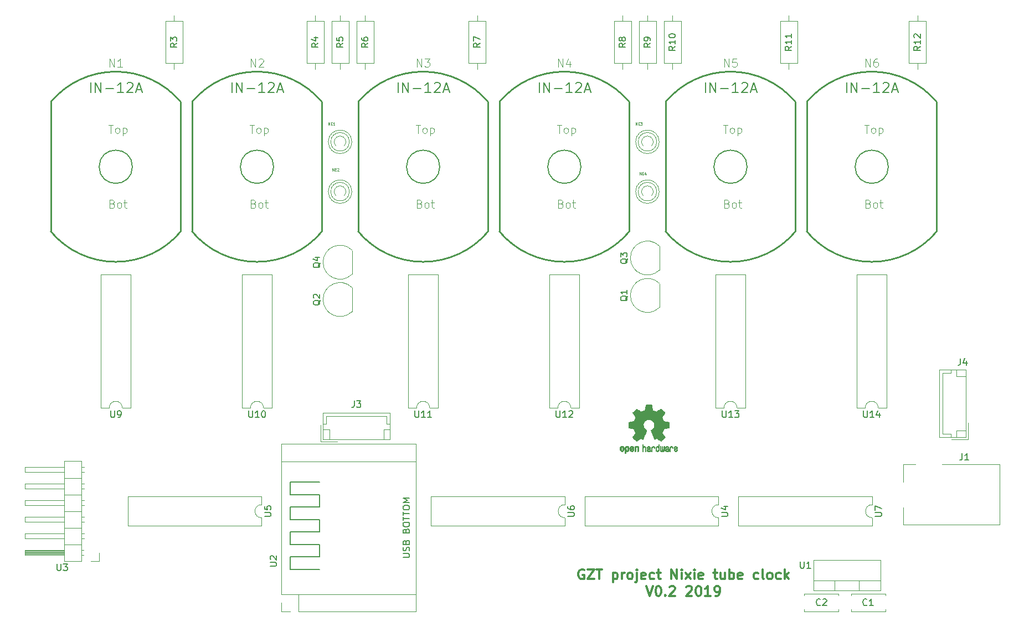
<source format=gto>
G04 #@! TF.GenerationSoftware,KiCad,Pcbnew,5.1.5-52549c5~84~ubuntu18.04.1*
G04 #@! TF.CreationDate,2020-03-13T16:04:22+01:00*
G04 #@! TF.ProjectId,NixieClock,4e697869-6543-46c6-9f63-6b2e6b696361,0.1*
G04 #@! TF.SameCoordinates,Original*
G04 #@! TF.FileFunction,Legend,Top*
G04 #@! TF.FilePolarity,Positive*
%FSLAX46Y46*%
G04 Gerber Fmt 4.6, Leading zero omitted, Abs format (unit mm)*
G04 Created by KiCad (PCBNEW 5.1.5-52549c5~84~ubuntu18.04.1) date 2020-03-13 16:04:22*
%MOMM*%
%LPD*%
G04 APERTURE LIST*
%ADD10C,0.300000*%
%ADD11C,0.120000*%
%ADD12C,0.254000*%
%ADD13C,0.127000*%
%ADD14C,0.150000*%
%ADD15C,0.000200*%
%ADD16C,0.010000*%
%ADD17C,0.101600*%
%ADD18C,0.032512*%
G04 APERTURE END LIST*
D10*
X160490214Y-131515500D02*
X160347357Y-131444071D01*
X160133071Y-131444071D01*
X159918785Y-131515500D01*
X159775928Y-131658357D01*
X159704500Y-131801214D01*
X159633071Y-132086928D01*
X159633071Y-132301214D01*
X159704500Y-132586928D01*
X159775928Y-132729785D01*
X159918785Y-132872642D01*
X160133071Y-132944071D01*
X160275928Y-132944071D01*
X160490214Y-132872642D01*
X160561642Y-132801214D01*
X160561642Y-132301214D01*
X160275928Y-132301214D01*
X161061642Y-131444071D02*
X162061642Y-131444071D01*
X161061642Y-132944071D01*
X162061642Y-132944071D01*
X162418785Y-131444071D02*
X163275928Y-131444071D01*
X162847357Y-132944071D02*
X162847357Y-131444071D01*
X164918785Y-131944071D02*
X164918785Y-133444071D01*
X164918785Y-132015500D02*
X165061642Y-131944071D01*
X165347357Y-131944071D01*
X165490214Y-132015500D01*
X165561642Y-132086928D01*
X165633071Y-132229785D01*
X165633071Y-132658357D01*
X165561642Y-132801214D01*
X165490214Y-132872642D01*
X165347357Y-132944071D01*
X165061642Y-132944071D01*
X164918785Y-132872642D01*
X166275928Y-132944071D02*
X166275928Y-131944071D01*
X166275928Y-132229785D02*
X166347357Y-132086928D01*
X166418785Y-132015500D01*
X166561642Y-131944071D01*
X166704500Y-131944071D01*
X167418785Y-132944071D02*
X167275928Y-132872642D01*
X167204500Y-132801214D01*
X167133071Y-132658357D01*
X167133071Y-132229785D01*
X167204500Y-132086928D01*
X167275928Y-132015500D01*
X167418785Y-131944071D01*
X167633071Y-131944071D01*
X167775928Y-132015500D01*
X167847357Y-132086928D01*
X167918785Y-132229785D01*
X167918785Y-132658357D01*
X167847357Y-132801214D01*
X167775928Y-132872642D01*
X167633071Y-132944071D01*
X167418785Y-132944071D01*
X168561642Y-131944071D02*
X168561642Y-133229785D01*
X168490214Y-133372642D01*
X168347357Y-133444071D01*
X168275928Y-133444071D01*
X168561642Y-131444071D02*
X168490214Y-131515500D01*
X168561642Y-131586928D01*
X168633071Y-131515500D01*
X168561642Y-131444071D01*
X168561642Y-131586928D01*
X169847357Y-132872642D02*
X169704500Y-132944071D01*
X169418785Y-132944071D01*
X169275928Y-132872642D01*
X169204500Y-132729785D01*
X169204500Y-132158357D01*
X169275928Y-132015500D01*
X169418785Y-131944071D01*
X169704500Y-131944071D01*
X169847357Y-132015500D01*
X169918785Y-132158357D01*
X169918785Y-132301214D01*
X169204500Y-132444071D01*
X171204500Y-132872642D02*
X171061642Y-132944071D01*
X170775928Y-132944071D01*
X170633071Y-132872642D01*
X170561642Y-132801214D01*
X170490214Y-132658357D01*
X170490214Y-132229785D01*
X170561642Y-132086928D01*
X170633071Y-132015500D01*
X170775928Y-131944071D01*
X171061642Y-131944071D01*
X171204500Y-132015500D01*
X171633071Y-131944071D02*
X172204500Y-131944071D01*
X171847357Y-131444071D02*
X171847357Y-132729785D01*
X171918785Y-132872642D01*
X172061642Y-132944071D01*
X172204500Y-132944071D01*
X173847357Y-132944071D02*
X173847357Y-131444071D01*
X174704500Y-132944071D01*
X174704500Y-131444071D01*
X175418785Y-132944071D02*
X175418785Y-131944071D01*
X175418785Y-131444071D02*
X175347357Y-131515500D01*
X175418785Y-131586928D01*
X175490214Y-131515500D01*
X175418785Y-131444071D01*
X175418785Y-131586928D01*
X175990214Y-132944071D02*
X176775928Y-131944071D01*
X175990214Y-131944071D02*
X176775928Y-132944071D01*
X177347357Y-132944071D02*
X177347357Y-131944071D01*
X177347357Y-131444071D02*
X177275928Y-131515500D01*
X177347357Y-131586928D01*
X177418785Y-131515500D01*
X177347357Y-131444071D01*
X177347357Y-131586928D01*
X178633071Y-132872642D02*
X178490214Y-132944071D01*
X178204500Y-132944071D01*
X178061642Y-132872642D01*
X177990214Y-132729785D01*
X177990214Y-132158357D01*
X178061642Y-132015500D01*
X178204500Y-131944071D01*
X178490214Y-131944071D01*
X178633071Y-132015500D01*
X178704500Y-132158357D01*
X178704500Y-132301214D01*
X177990214Y-132444071D01*
X180275928Y-131944071D02*
X180847357Y-131944071D01*
X180490214Y-131444071D02*
X180490214Y-132729785D01*
X180561642Y-132872642D01*
X180704500Y-132944071D01*
X180847357Y-132944071D01*
X181990214Y-131944071D02*
X181990214Y-132944071D01*
X181347357Y-131944071D02*
X181347357Y-132729785D01*
X181418785Y-132872642D01*
X181561642Y-132944071D01*
X181775928Y-132944071D01*
X181918785Y-132872642D01*
X181990214Y-132801214D01*
X182704500Y-132944071D02*
X182704500Y-131444071D01*
X182704500Y-132015500D02*
X182847357Y-131944071D01*
X183133071Y-131944071D01*
X183275928Y-132015500D01*
X183347357Y-132086928D01*
X183418785Y-132229785D01*
X183418785Y-132658357D01*
X183347357Y-132801214D01*
X183275928Y-132872642D01*
X183133071Y-132944071D01*
X182847357Y-132944071D01*
X182704500Y-132872642D01*
X184633071Y-132872642D02*
X184490214Y-132944071D01*
X184204500Y-132944071D01*
X184061642Y-132872642D01*
X183990214Y-132729785D01*
X183990214Y-132158357D01*
X184061642Y-132015500D01*
X184204500Y-131944071D01*
X184490214Y-131944071D01*
X184633071Y-132015500D01*
X184704500Y-132158357D01*
X184704500Y-132301214D01*
X183990214Y-132444071D01*
X187133071Y-132872642D02*
X186990214Y-132944071D01*
X186704500Y-132944071D01*
X186561642Y-132872642D01*
X186490214Y-132801214D01*
X186418785Y-132658357D01*
X186418785Y-132229785D01*
X186490214Y-132086928D01*
X186561642Y-132015500D01*
X186704500Y-131944071D01*
X186990214Y-131944071D01*
X187133071Y-132015500D01*
X187990214Y-132944071D02*
X187847357Y-132872642D01*
X187775928Y-132729785D01*
X187775928Y-131444071D01*
X188775928Y-132944071D02*
X188633071Y-132872642D01*
X188561642Y-132801214D01*
X188490214Y-132658357D01*
X188490214Y-132229785D01*
X188561642Y-132086928D01*
X188633071Y-132015500D01*
X188775928Y-131944071D01*
X188990214Y-131944071D01*
X189133071Y-132015500D01*
X189204500Y-132086928D01*
X189275928Y-132229785D01*
X189275928Y-132658357D01*
X189204500Y-132801214D01*
X189133071Y-132872642D01*
X188990214Y-132944071D01*
X188775928Y-132944071D01*
X190561642Y-132872642D02*
X190418785Y-132944071D01*
X190133071Y-132944071D01*
X189990214Y-132872642D01*
X189918785Y-132801214D01*
X189847357Y-132658357D01*
X189847357Y-132229785D01*
X189918785Y-132086928D01*
X189990214Y-132015500D01*
X190133071Y-131944071D01*
X190418785Y-131944071D01*
X190561642Y-132015500D01*
X191204500Y-132944071D02*
X191204500Y-131444071D01*
X191347357Y-132372642D02*
X191775928Y-132944071D01*
X191775928Y-131944071D02*
X191204500Y-132515500D01*
X169990214Y-133994071D02*
X170490214Y-135494071D01*
X170990214Y-133994071D01*
X171775928Y-133994071D02*
X171918785Y-133994071D01*
X172061642Y-134065500D01*
X172133071Y-134136928D01*
X172204500Y-134279785D01*
X172275928Y-134565500D01*
X172275928Y-134922642D01*
X172204500Y-135208357D01*
X172133071Y-135351214D01*
X172061642Y-135422642D01*
X171918785Y-135494071D01*
X171775928Y-135494071D01*
X171633071Y-135422642D01*
X171561642Y-135351214D01*
X171490214Y-135208357D01*
X171418785Y-134922642D01*
X171418785Y-134565500D01*
X171490214Y-134279785D01*
X171561642Y-134136928D01*
X171633071Y-134065500D01*
X171775928Y-133994071D01*
X172918785Y-135351214D02*
X172990214Y-135422642D01*
X172918785Y-135494071D01*
X172847357Y-135422642D01*
X172918785Y-135351214D01*
X172918785Y-135494071D01*
X173561642Y-134136928D02*
X173633071Y-134065500D01*
X173775928Y-133994071D01*
X174133071Y-133994071D01*
X174275928Y-134065500D01*
X174347357Y-134136928D01*
X174418785Y-134279785D01*
X174418785Y-134422642D01*
X174347357Y-134636928D01*
X173490214Y-135494071D01*
X174418785Y-135494071D01*
X176133071Y-134136928D02*
X176204500Y-134065500D01*
X176347357Y-133994071D01*
X176704500Y-133994071D01*
X176847357Y-134065500D01*
X176918785Y-134136928D01*
X176990214Y-134279785D01*
X176990214Y-134422642D01*
X176918785Y-134636928D01*
X176061642Y-135494071D01*
X176990214Y-135494071D01*
X177918785Y-133994071D02*
X178061642Y-133994071D01*
X178204500Y-134065500D01*
X178275928Y-134136928D01*
X178347357Y-134279785D01*
X178418785Y-134565500D01*
X178418785Y-134922642D01*
X178347357Y-135208357D01*
X178275928Y-135351214D01*
X178204500Y-135422642D01*
X178061642Y-135494071D01*
X177918785Y-135494071D01*
X177775928Y-135422642D01*
X177704500Y-135351214D01*
X177633071Y-135208357D01*
X177561642Y-134922642D01*
X177561642Y-134565500D01*
X177633071Y-134279785D01*
X177704500Y-134136928D01*
X177775928Y-134065500D01*
X177918785Y-133994071D01*
X179847357Y-135494071D02*
X178990214Y-135494071D01*
X179418785Y-135494071D02*
X179418785Y-133994071D01*
X179275928Y-134208357D01*
X179133071Y-134351214D01*
X178990214Y-134422642D01*
X180561642Y-135494071D02*
X180847357Y-135494071D01*
X180990214Y-135422642D01*
X181061642Y-135351214D01*
X181204500Y-135136928D01*
X181275928Y-134851214D01*
X181275928Y-134279785D01*
X181204500Y-134136928D01*
X181133071Y-134065500D01*
X180990214Y-133994071D01*
X180704500Y-133994071D01*
X180561642Y-134065500D01*
X180490214Y-134136928D01*
X180418785Y-134279785D01*
X180418785Y-134636928D01*
X180490214Y-134779785D01*
X180561642Y-134851214D01*
X180704500Y-134922642D01*
X180990214Y-134922642D01*
X181133071Y-134851214D01*
X181204500Y-134779785D01*
X181275928Y-134636928D01*
D11*
X97790000Y-54900000D02*
X97790000Y-54010000D01*
X97790000Y-46700000D02*
X97790000Y-47590000D01*
X99100000Y-54010000D02*
X99100000Y-47590000D01*
X96480000Y-54010000D02*
X99100000Y-54010000D01*
X96480000Y-47590000D02*
X96480000Y-54010000D01*
X99100000Y-47590000D02*
X96480000Y-47590000D01*
X119380000Y-54900000D02*
X119380000Y-54010000D01*
X119380000Y-46700000D02*
X119380000Y-47590000D01*
X120690000Y-54010000D02*
X120690000Y-47590000D01*
X118070000Y-54010000D02*
X120690000Y-54010000D01*
X118070000Y-47590000D02*
X118070000Y-54010000D01*
X120690000Y-47590000D02*
X118070000Y-47590000D01*
X123190000Y-54900000D02*
X123190000Y-54010000D01*
X123190000Y-46700000D02*
X123190000Y-47590000D01*
X124500000Y-54010000D02*
X124500000Y-47590000D01*
X121880000Y-54010000D02*
X124500000Y-54010000D01*
X121880000Y-47590000D02*
X121880000Y-54010000D01*
X124500000Y-47590000D02*
X121880000Y-47590000D01*
X127000000Y-54900000D02*
X127000000Y-54010000D01*
X127000000Y-46700000D02*
X127000000Y-47590000D01*
X128310000Y-54010000D02*
X128310000Y-47590000D01*
X125690000Y-54010000D02*
X128310000Y-54010000D01*
X125690000Y-47590000D02*
X125690000Y-54010000D01*
X128310000Y-47590000D02*
X125690000Y-47590000D01*
X144145000Y-54900000D02*
X144145000Y-54010000D01*
X144145000Y-46700000D02*
X144145000Y-47590000D01*
X145455000Y-54010000D02*
X145455000Y-47590000D01*
X142835000Y-54010000D02*
X145455000Y-54010000D01*
X142835000Y-47590000D02*
X142835000Y-54010000D01*
X145455000Y-47590000D02*
X142835000Y-47590000D01*
X166370000Y-54900000D02*
X166370000Y-54010000D01*
X166370000Y-46700000D02*
X166370000Y-47590000D01*
X167680000Y-54010000D02*
X167680000Y-47590000D01*
X165060000Y-54010000D02*
X167680000Y-54010000D01*
X165060000Y-47590000D02*
X165060000Y-54010000D01*
X167680000Y-47590000D02*
X165060000Y-47590000D01*
X170180000Y-54900000D02*
X170180000Y-54010000D01*
X170180000Y-46700000D02*
X170180000Y-47590000D01*
X171490000Y-54010000D02*
X171490000Y-47590000D01*
X168870000Y-54010000D02*
X171490000Y-54010000D01*
X168870000Y-47590000D02*
X168870000Y-54010000D01*
X171490000Y-47590000D02*
X168870000Y-47590000D01*
X173990000Y-54900000D02*
X173990000Y-54010000D01*
X173990000Y-46700000D02*
X173990000Y-47590000D01*
X175300000Y-54010000D02*
X175300000Y-47590000D01*
X172680000Y-54010000D02*
X175300000Y-54010000D01*
X172680000Y-47590000D02*
X172680000Y-54010000D01*
X175300000Y-47590000D02*
X172680000Y-47590000D01*
X191770000Y-54900000D02*
X191770000Y-54010000D01*
X191770000Y-46700000D02*
X191770000Y-47590000D01*
X193080000Y-54010000D02*
X193080000Y-47590000D01*
X190460000Y-54010000D02*
X193080000Y-54010000D01*
X190460000Y-47590000D02*
X190460000Y-54010000D01*
X193080000Y-47590000D02*
X190460000Y-47590000D01*
X211455000Y-54900000D02*
X211455000Y-54010000D01*
X211455000Y-46700000D02*
X211455000Y-47590000D01*
X212765000Y-54010000D02*
X212765000Y-47590000D01*
X210145000Y-54010000D02*
X212765000Y-54010000D01*
X210145000Y-47590000D02*
X210145000Y-54010000D01*
X212765000Y-47590000D02*
X210145000Y-47590000D01*
X172018478Y-87696522D02*
G75*
G03X167580000Y-89535000I-1838478J-1838478D01*
G01*
X172018478Y-91373478D02*
G75*
G02X167580000Y-89535000I-1838478J1838478D01*
G01*
X172030000Y-91335000D02*
X172030000Y-87735000D01*
X125028478Y-88331522D02*
G75*
G03X120590000Y-90170000I-1838478J-1838478D01*
G01*
X125028478Y-92008478D02*
G75*
G02X120590000Y-90170000I-1838478J1838478D01*
G01*
X125040000Y-91970000D02*
X125040000Y-88370000D01*
X172018478Y-81981522D02*
G75*
G03X167580000Y-83820000I-1838478J-1838478D01*
G01*
X172018478Y-85658478D02*
G75*
G02X167580000Y-83820000I-1838478J1838478D01*
G01*
X172030000Y-85620000D02*
X172030000Y-82020000D01*
X125028478Y-82616522D02*
G75*
G03X120590000Y-84455000I-1838478J-1838478D01*
G01*
X125028478Y-86293478D02*
G75*
G02X120590000Y-84455000I-1838478J1838478D01*
G01*
X125040000Y-86255000D02*
X125040000Y-82655000D01*
X86650000Y-106740000D02*
X87900000Y-106740000D01*
X86650000Y-86300000D02*
X86650000Y-106740000D01*
X91150000Y-86300000D02*
X86650000Y-86300000D01*
X91150000Y-106740000D02*
X91150000Y-86300000D01*
X89900000Y-106740000D02*
X91150000Y-106740000D01*
X87900000Y-106740000D02*
G75*
G02X89900000Y-106740000I1000000J0D01*
G01*
X108240000Y-106740000D02*
X109490000Y-106740000D01*
X108240000Y-86300000D02*
X108240000Y-106740000D01*
X112740000Y-86300000D02*
X108240000Y-86300000D01*
X112740000Y-106740000D02*
X112740000Y-86300000D01*
X111490000Y-106740000D02*
X112740000Y-106740000D01*
X109490000Y-106740000D02*
G75*
G02X111490000Y-106740000I1000000J0D01*
G01*
X133640000Y-106740000D02*
X134890000Y-106740000D01*
X133640000Y-86300000D02*
X133640000Y-106740000D01*
X138140000Y-86300000D02*
X133640000Y-86300000D01*
X138140000Y-106740000D02*
X138140000Y-86300000D01*
X136890000Y-106740000D02*
X138140000Y-106740000D01*
X134890000Y-106740000D02*
G75*
G02X136890000Y-106740000I1000000J0D01*
G01*
X155230000Y-106740000D02*
X156480000Y-106740000D01*
X155230000Y-86300000D02*
X155230000Y-106740000D01*
X159730000Y-86300000D02*
X155230000Y-86300000D01*
X159730000Y-106740000D02*
X159730000Y-86300000D01*
X158480000Y-106740000D02*
X159730000Y-106740000D01*
X156480000Y-106740000D02*
G75*
G02X158480000Y-106740000I1000000J0D01*
G01*
X180630000Y-106740000D02*
X181880000Y-106740000D01*
X180630000Y-86300000D02*
X180630000Y-106740000D01*
X185130000Y-86300000D02*
X180630000Y-86300000D01*
X185130000Y-106740000D02*
X185130000Y-86300000D01*
X183880000Y-106740000D02*
X185130000Y-106740000D01*
X181880000Y-106740000D02*
G75*
G02X183880000Y-106740000I1000000J0D01*
G01*
X202220000Y-106740000D02*
X203470000Y-106740000D01*
X202220000Y-86300000D02*
X202220000Y-106740000D01*
X206720000Y-86300000D02*
X202220000Y-86300000D01*
X206720000Y-106740000D02*
X206720000Y-86300000D01*
X205470000Y-106740000D02*
X206720000Y-106740000D01*
X203470000Y-106740000D02*
G75*
G02X205470000Y-106740000I1000000J0D01*
G01*
D12*
X78978125Y-79771874D02*
G75*
G03X98821875Y-79771875I9921875J8325441D01*
G01*
X98821875Y-59928125D02*
X98821875Y-79771875D01*
X78978125Y-79771875D02*
X78978125Y-59928125D01*
D13*
X91440000Y-69850000D02*
G75*
G03X91440000Y-69850000I-2540000J0D01*
G01*
D12*
X78978125Y-59928126D02*
G75*
G02X98821875Y-59928125I9921875J-8325441D01*
G01*
D14*
X120015000Y-131445000D02*
X115570000Y-131445000D01*
X115570000Y-131445000D02*
X115570000Y-129540000D01*
X115570000Y-129540000D02*
X120015000Y-129540000D01*
X120015000Y-129540000D02*
X120015000Y-128270000D01*
X120015000Y-128270000D02*
X120015000Y-127635000D01*
X120015000Y-127635000D02*
X115570000Y-127635000D01*
X115570000Y-127635000D02*
X115570000Y-125730000D01*
X115570000Y-125730000D02*
X120015000Y-125730000D01*
X120015000Y-125730000D02*
X120015000Y-123825000D01*
X120015000Y-123825000D02*
X115570000Y-123825000D01*
X115570000Y-123825000D02*
X115570000Y-121920000D01*
X115570000Y-121920000D02*
X120015000Y-121920000D01*
X120015000Y-121920000D02*
X120015000Y-120015000D01*
X120015000Y-120015000D02*
X115570000Y-120015000D01*
X115570000Y-120015000D02*
X115570000Y-118110000D01*
X115570000Y-118110000D02*
X119380000Y-118110000D01*
X119380000Y-118110000D02*
X120015000Y-118110000D01*
D11*
X114170000Y-114935000D02*
X134750000Y-114935000D01*
X116840000Y-135255000D02*
X134750000Y-135255000D01*
X114170000Y-136525000D02*
X114170000Y-137925000D01*
X114170000Y-137925000D02*
X115570000Y-137925000D01*
X114170000Y-135255000D02*
X116840000Y-135255000D01*
X116840000Y-135255000D02*
X116840000Y-137925000D01*
X116840000Y-137925000D02*
X134750000Y-137925000D01*
X134750000Y-137925000D02*
X134750000Y-112275000D01*
X134750000Y-112265000D02*
X114170000Y-112265000D01*
X114170000Y-112275000D02*
X114170000Y-135255000D01*
X120540000Y-107470000D02*
X120540000Y-111570000D01*
X120540000Y-111570000D02*
X130840000Y-111570000D01*
X130840000Y-111570000D02*
X130840000Y-107470000D01*
X130840000Y-107470000D02*
X120540000Y-107470000D01*
X120540000Y-109220000D02*
X121040000Y-109220000D01*
X121040000Y-109220000D02*
X121040000Y-107970000D01*
X121040000Y-107970000D02*
X130340000Y-107970000D01*
X130340000Y-107970000D02*
X130340000Y-109220000D01*
X130340000Y-109220000D02*
X130840000Y-109220000D01*
X120540000Y-110070000D02*
X121540000Y-110070000D01*
X121540000Y-110070000D02*
X121540000Y-111570000D01*
X130840000Y-110070000D02*
X129840000Y-110070000D01*
X129840000Y-110070000D02*
X129840000Y-111570000D01*
X120240000Y-109370000D02*
X120240000Y-111870000D01*
X120240000Y-111870000D02*
X122740000Y-111870000D01*
X83650000Y-130235000D02*
X83650000Y-114875000D01*
X83650000Y-114875000D02*
X80990000Y-114875000D01*
X80990000Y-114875000D02*
X80990000Y-130235000D01*
X80990000Y-130235000D02*
X83650000Y-130235000D01*
X80990000Y-129285000D02*
X74990000Y-129285000D01*
X74990000Y-129285000D02*
X74990000Y-128525000D01*
X74990000Y-128525000D02*
X80990000Y-128525000D01*
X80990000Y-129225000D02*
X74990000Y-129225000D01*
X80990000Y-129105000D02*
X74990000Y-129105000D01*
X80990000Y-128985000D02*
X74990000Y-128985000D01*
X80990000Y-128865000D02*
X74990000Y-128865000D01*
X80990000Y-128745000D02*
X74990000Y-128745000D01*
X80990000Y-128625000D02*
X74990000Y-128625000D01*
X83980000Y-129285000D02*
X83650000Y-129285000D01*
X83980000Y-128525000D02*
X83650000Y-128525000D01*
X83650000Y-127635000D02*
X80990000Y-127635000D01*
X80990000Y-126745000D02*
X74990000Y-126745000D01*
X74990000Y-126745000D02*
X74990000Y-125985000D01*
X74990000Y-125985000D02*
X80990000Y-125985000D01*
X84047071Y-126745000D02*
X83650000Y-126745000D01*
X84047071Y-125985000D02*
X83650000Y-125985000D01*
X83650000Y-125095000D02*
X80990000Y-125095000D01*
X80990000Y-124205000D02*
X74990000Y-124205000D01*
X74990000Y-124205000D02*
X74990000Y-123445000D01*
X74990000Y-123445000D02*
X80990000Y-123445000D01*
X84047071Y-124205000D02*
X83650000Y-124205000D01*
X84047071Y-123445000D02*
X83650000Y-123445000D01*
X83650000Y-122555000D02*
X80990000Y-122555000D01*
X80990000Y-121665000D02*
X74990000Y-121665000D01*
X74990000Y-121665000D02*
X74990000Y-120905000D01*
X74990000Y-120905000D02*
X80990000Y-120905000D01*
X84047071Y-121665000D02*
X83650000Y-121665000D01*
X84047071Y-120905000D02*
X83650000Y-120905000D01*
X83650000Y-120015000D02*
X80990000Y-120015000D01*
X80990000Y-119125000D02*
X74990000Y-119125000D01*
X74990000Y-119125000D02*
X74990000Y-118365000D01*
X74990000Y-118365000D02*
X80990000Y-118365000D01*
X84047071Y-119125000D02*
X83650000Y-119125000D01*
X84047071Y-118365000D02*
X83650000Y-118365000D01*
X83650000Y-117475000D02*
X80990000Y-117475000D01*
X80990000Y-116585000D02*
X74990000Y-116585000D01*
X74990000Y-116585000D02*
X74990000Y-115825000D01*
X74990000Y-115825000D02*
X80990000Y-115825000D01*
X84047071Y-116585000D02*
X83650000Y-116585000D01*
X84047071Y-115825000D02*
X83650000Y-115825000D01*
X86360000Y-128905000D02*
X86360000Y-130175000D01*
X86360000Y-130175000D02*
X85090000Y-130175000D01*
D12*
X100568125Y-79771874D02*
G75*
G03X120411875Y-79771875I9921875J8325441D01*
G01*
X120411875Y-59928125D02*
X120411875Y-79771875D01*
X100568125Y-79771875D02*
X100568125Y-59928125D01*
D13*
X113030000Y-69850000D02*
G75*
G03X113030000Y-69850000I-2540000J0D01*
G01*
D12*
X100568125Y-59928126D02*
G75*
G02X120411875Y-59928125I9921875J-8325441D01*
G01*
X125968125Y-79771874D02*
G75*
G03X145811875Y-79771875I9921875J8325441D01*
G01*
X145811875Y-59928125D02*
X145811875Y-79771875D01*
X125968125Y-79771875D02*
X125968125Y-59928125D01*
D13*
X138430000Y-69850000D02*
G75*
G03X138430000Y-69850000I-2540000J0D01*
G01*
D12*
X125968125Y-59928126D02*
G75*
G02X145811875Y-59928125I9921875J-8325441D01*
G01*
X147558125Y-79771874D02*
G75*
G03X167401875Y-79771875I9921875J8325441D01*
G01*
X167401875Y-59928125D02*
X167401875Y-79771875D01*
X147558125Y-79771875D02*
X147558125Y-59928125D01*
D13*
X160020000Y-69850000D02*
G75*
G03X160020000Y-69850000I-2540000J0D01*
G01*
D12*
X147558125Y-59928126D02*
G75*
G02X167401875Y-59928125I9921875J-8325441D01*
G01*
X172958125Y-79771874D02*
G75*
G03X192801875Y-79771875I9921875J8325441D01*
G01*
X192801875Y-59928125D02*
X192801875Y-79771875D01*
X172958125Y-79771875D02*
X172958125Y-59928125D01*
D13*
X185420000Y-69850000D02*
G75*
G03X185420000Y-69850000I-2540000J0D01*
G01*
D12*
X172958125Y-59928126D02*
G75*
G02X192801875Y-59928125I9921875J-8325441D01*
G01*
X194548125Y-79771874D02*
G75*
G03X214391875Y-79771875I9921875J8325441D01*
G01*
X214391875Y-59928125D02*
X214391875Y-79771875D01*
X194548125Y-79771875D02*
X194548125Y-59928125D01*
D13*
X207010000Y-69850000D02*
G75*
G03X207010000Y-69850000I-2540000J0D01*
G01*
D12*
X194548125Y-59928126D02*
G75*
G02X214391875Y-59928125I9921875J-8325441D01*
G01*
D15*
X169545000Y-74295000D02*
G75*
G02X170815000Y-74295000I635000J635000D01*
G01*
X171976000Y-73660000D02*
G75*
G03X171976000Y-73660000I-1796000J0D01*
G01*
X171599900Y-73660000D02*
G75*
G03X171599900Y-73660000I-1419900J0D01*
G01*
X169545000Y-66675000D02*
G75*
G02X170815000Y-66675000I635000J635000D01*
G01*
X171976000Y-66040000D02*
G75*
G03X171976000Y-66040000I-1796000J0D01*
G01*
X171599900Y-66040000D02*
G75*
G03X171599900Y-66040000I-1419900J0D01*
G01*
X122555000Y-74295000D02*
G75*
G02X123825000Y-74295000I635000J635000D01*
G01*
X124986000Y-73660000D02*
G75*
G03X124986000Y-73660000I-1796000J0D01*
G01*
X124609900Y-73660000D02*
G75*
G03X124609900Y-73660000I-1419900J0D01*
G01*
X122555000Y-66675000D02*
G75*
G02X123825000Y-66675000I635000J635000D01*
G01*
X124986000Y-66040000D02*
G75*
G03X124986000Y-66040000I-1796000J0D01*
G01*
X124609900Y-66040000D02*
G75*
G03X124609900Y-66040000I-1419900J0D01*
G01*
D11*
X181035000Y-123555000D02*
G75*
G02X181035000Y-121555000I0J1000000D01*
G01*
X181035000Y-121555000D02*
X181035000Y-120305000D01*
X181035000Y-120305000D02*
X160595000Y-120305000D01*
X160595000Y-120305000D02*
X160595000Y-124805000D01*
X160595000Y-124805000D02*
X181035000Y-124805000D01*
X181035000Y-124805000D02*
X181035000Y-123555000D01*
X111185000Y-123555000D02*
G75*
G02X111185000Y-121555000I0J1000000D01*
G01*
X111185000Y-121555000D02*
X111185000Y-120305000D01*
X111185000Y-120305000D02*
X90745000Y-120305000D01*
X90745000Y-120305000D02*
X90745000Y-124805000D01*
X90745000Y-124805000D02*
X111185000Y-124805000D01*
X111185000Y-124805000D02*
X111185000Y-123555000D01*
X157540000Y-123555000D02*
G75*
G02X157540000Y-121555000I0J1000000D01*
G01*
X157540000Y-121555000D02*
X157540000Y-120305000D01*
X157540000Y-120305000D02*
X137100000Y-120305000D01*
X137100000Y-120305000D02*
X137100000Y-124805000D01*
X137100000Y-124805000D02*
X157540000Y-124805000D01*
X157540000Y-124805000D02*
X157540000Y-123555000D01*
X204530000Y-123555000D02*
G75*
G02X204530000Y-121555000I0J1000000D01*
G01*
X204530000Y-121555000D02*
X204530000Y-120305000D01*
X204530000Y-120305000D02*
X184090000Y-120305000D01*
X184090000Y-120305000D02*
X184090000Y-124805000D01*
X184090000Y-124805000D02*
X204530000Y-124805000D01*
X204530000Y-124805000D02*
X204530000Y-123555000D01*
X214785000Y-111235000D02*
X218885000Y-111235000D01*
X218885000Y-111235000D02*
X218885000Y-100935000D01*
X218885000Y-100935000D02*
X214785000Y-100935000D01*
X214785000Y-100935000D02*
X214785000Y-111235000D01*
X216535000Y-111235000D02*
X216535000Y-110735000D01*
X216535000Y-110735000D02*
X215285000Y-110735000D01*
X215285000Y-110735000D02*
X215285000Y-101435000D01*
X215285000Y-101435000D02*
X216535000Y-101435000D01*
X216535000Y-101435000D02*
X216535000Y-100935000D01*
X217385000Y-111235000D02*
X217385000Y-110235000D01*
X217385000Y-110235000D02*
X218885000Y-110235000D01*
X217385000Y-100935000D02*
X217385000Y-101935000D01*
X217385000Y-101935000D02*
X218885000Y-101935000D01*
X216685000Y-111535000D02*
X219185000Y-111535000D01*
X219185000Y-111535000D02*
X219185000Y-109035000D01*
X206558500Y-137895000D02*
X201318500Y-137895000D01*
X206558500Y-135155000D02*
X201318500Y-135155000D01*
X206558500Y-137895000D02*
X206558500Y-137580000D01*
X206558500Y-135470000D02*
X206558500Y-135155000D01*
X201318500Y-137895000D02*
X201318500Y-137580000D01*
X201318500Y-135470000D02*
X201318500Y-135155000D01*
X194126500Y-135155000D02*
X199366500Y-135155000D01*
X194126500Y-137895000D02*
X199366500Y-137895000D01*
X194126500Y-135155000D02*
X194126500Y-135470000D01*
X194126500Y-137580000D02*
X194126500Y-137895000D01*
X199366500Y-135155000D02*
X199366500Y-135470000D01*
X199366500Y-137580000D02*
X199366500Y-137895000D01*
X215185000Y-115415000D02*
X223985000Y-115415000D01*
X223985000Y-115415000D02*
X223985000Y-124615000D01*
X209285000Y-118115000D02*
X209285000Y-115415000D01*
X209285000Y-115415000D02*
X211185000Y-115415000D01*
X223985000Y-124615000D02*
X209285000Y-124615000D01*
X209285000Y-124615000D02*
X209285000Y-122015000D01*
X205780000Y-134700000D02*
X195540000Y-134700000D01*
X205780000Y-130059000D02*
X195540000Y-130059000D01*
X205780000Y-134700000D02*
X205780000Y-130059000D01*
X195540000Y-134700000D02*
X195540000Y-130059000D01*
X205780000Y-133190000D02*
X195540000Y-133190000D01*
X202510000Y-134700000D02*
X202510000Y-133190000D01*
X198809000Y-134700000D02*
X198809000Y-133190000D01*
D16*
G36*
X167139386Y-112566505D02*
G01*
X167214039Y-112603727D01*
X167279931Y-112672261D01*
X167298077Y-112697648D01*
X167317845Y-112730866D01*
X167330672Y-112766945D01*
X167338010Y-112815098D01*
X167341313Y-112884536D01*
X167342038Y-112976206D01*
X167338763Y-113101830D01*
X167327377Y-113196154D01*
X167305541Y-113266523D01*
X167270919Y-113320286D01*
X167221170Y-113364788D01*
X167217514Y-113367423D01*
X167168485Y-113394377D01*
X167109445Y-113407712D01*
X167034359Y-113411000D01*
X166912295Y-113411000D01*
X166912244Y-113529497D01*
X166911108Y-113595492D01*
X166904186Y-113634202D01*
X166886098Y-113657419D01*
X166851462Y-113676933D01*
X166843145Y-113680920D01*
X166804220Y-113699603D01*
X166774083Y-113711403D01*
X166751674Y-113712422D01*
X166735933Y-113698761D01*
X166725802Y-113666522D01*
X166720223Y-113611804D01*
X166718135Y-113530711D01*
X166718481Y-113419344D01*
X166720200Y-113273802D01*
X166720737Y-113230269D01*
X166722672Y-113080205D01*
X166724404Y-112982042D01*
X166912192Y-112982042D01*
X166913248Y-113065364D01*
X166917938Y-113119880D01*
X166928551Y-113155837D01*
X166947372Y-113183482D01*
X166960150Y-113196965D01*
X167012390Y-113236417D01*
X167058642Y-113239628D01*
X167106367Y-113207049D01*
X167107577Y-113205846D01*
X167126994Y-113180668D01*
X167138807Y-113146447D01*
X167144765Y-113093748D01*
X167146620Y-113013131D01*
X167146654Y-112995271D01*
X167142170Y-112884175D01*
X167127574Y-112807161D01*
X167101150Y-112760147D01*
X167061183Y-112739050D01*
X167038084Y-112736923D01*
X166983262Y-112746900D01*
X166945658Y-112779752D01*
X166923023Y-112839857D01*
X166913106Y-112931598D01*
X166912192Y-112982042D01*
X166724404Y-112982042D01*
X166724722Y-112964060D01*
X166727373Y-112876679D01*
X166731106Y-112812905D01*
X166736407Y-112767582D01*
X166743758Y-112735555D01*
X166753643Y-112711668D01*
X166766546Y-112690764D01*
X166772079Y-112682898D01*
X166845469Y-112608595D01*
X166938260Y-112566467D01*
X167045596Y-112554722D01*
X167139386Y-112566505D01*
G37*
X167139386Y-112566505D02*
X167214039Y-112603727D01*
X167279931Y-112672261D01*
X167298077Y-112697648D01*
X167317845Y-112730866D01*
X167330672Y-112766945D01*
X167338010Y-112815098D01*
X167341313Y-112884536D01*
X167342038Y-112976206D01*
X167338763Y-113101830D01*
X167327377Y-113196154D01*
X167305541Y-113266523D01*
X167270919Y-113320286D01*
X167221170Y-113364788D01*
X167217514Y-113367423D01*
X167168485Y-113394377D01*
X167109445Y-113407712D01*
X167034359Y-113411000D01*
X166912295Y-113411000D01*
X166912244Y-113529497D01*
X166911108Y-113595492D01*
X166904186Y-113634202D01*
X166886098Y-113657419D01*
X166851462Y-113676933D01*
X166843145Y-113680920D01*
X166804220Y-113699603D01*
X166774083Y-113711403D01*
X166751674Y-113712422D01*
X166735933Y-113698761D01*
X166725802Y-113666522D01*
X166720223Y-113611804D01*
X166718135Y-113530711D01*
X166718481Y-113419344D01*
X166720200Y-113273802D01*
X166720737Y-113230269D01*
X166722672Y-113080205D01*
X166724404Y-112982042D01*
X166912192Y-112982042D01*
X166913248Y-113065364D01*
X166917938Y-113119880D01*
X166928551Y-113155837D01*
X166947372Y-113183482D01*
X166960150Y-113196965D01*
X167012390Y-113236417D01*
X167058642Y-113239628D01*
X167106367Y-113207049D01*
X167107577Y-113205846D01*
X167126994Y-113180668D01*
X167138807Y-113146447D01*
X167144765Y-113093748D01*
X167146620Y-113013131D01*
X167146654Y-112995271D01*
X167142170Y-112884175D01*
X167127574Y-112807161D01*
X167101150Y-112760147D01*
X167061183Y-112739050D01*
X167038084Y-112736923D01*
X166983262Y-112746900D01*
X166945658Y-112779752D01*
X166923023Y-112839857D01*
X166913106Y-112931598D01*
X166912192Y-112982042D01*
X166724404Y-112982042D01*
X166724722Y-112964060D01*
X166727373Y-112876679D01*
X166731106Y-112812905D01*
X166736407Y-112767582D01*
X166743758Y-112735555D01*
X166753643Y-112711668D01*
X166766546Y-112690764D01*
X166772079Y-112682898D01*
X166845469Y-112608595D01*
X166938260Y-112566467D01*
X167045596Y-112554722D01*
X167139386Y-112566505D01*
G36*
X168642164Y-112577089D02*
G01*
X168704867Y-112613358D01*
X168748461Y-112649358D01*
X168780345Y-112687075D01*
X168802310Y-112733199D01*
X168816149Y-112794421D01*
X168823653Y-112877431D01*
X168826617Y-112988919D01*
X168826961Y-113069062D01*
X168826961Y-113364065D01*
X168660885Y-113438515D01*
X168651115Y-113115402D01*
X168647079Y-112994729D01*
X168642844Y-112907141D01*
X168637597Y-112846650D01*
X168630525Y-112807268D01*
X168620811Y-112783007D01*
X168607644Y-112767880D01*
X168603419Y-112764606D01*
X168539409Y-112739034D01*
X168474708Y-112749153D01*
X168436192Y-112776000D01*
X168420525Y-112795024D01*
X168409680Y-112819988D01*
X168402788Y-112857834D01*
X168398979Y-112915502D01*
X168397383Y-112999935D01*
X168397115Y-113087928D01*
X168397063Y-113198323D01*
X168395172Y-113276463D01*
X168388845Y-113329165D01*
X168375483Y-113363242D01*
X168352485Y-113385511D01*
X168317254Y-113402787D01*
X168270197Y-113420738D01*
X168218803Y-113440278D01*
X168224921Y-113093485D01*
X168227384Y-112968468D01*
X168230267Y-112876082D01*
X168234398Y-112809881D01*
X168240607Y-112763420D01*
X168249726Y-112730256D01*
X168262583Y-112703944D01*
X168278084Y-112680729D01*
X168352871Y-112606569D01*
X168444128Y-112563684D01*
X168543383Y-112553412D01*
X168642164Y-112577089D01*
G37*
X168642164Y-112577089D02*
X168704867Y-112613358D01*
X168748461Y-112649358D01*
X168780345Y-112687075D01*
X168802310Y-112733199D01*
X168816149Y-112794421D01*
X168823653Y-112877431D01*
X168826617Y-112988919D01*
X168826961Y-113069062D01*
X168826961Y-113364065D01*
X168660885Y-113438515D01*
X168651115Y-113115402D01*
X168647079Y-112994729D01*
X168642844Y-112907141D01*
X168637597Y-112846650D01*
X168630525Y-112807268D01*
X168620811Y-112783007D01*
X168607644Y-112767880D01*
X168603419Y-112764606D01*
X168539409Y-112739034D01*
X168474708Y-112749153D01*
X168436192Y-112776000D01*
X168420525Y-112795024D01*
X168409680Y-112819988D01*
X168402788Y-112857834D01*
X168398979Y-112915502D01*
X168397383Y-112999935D01*
X168397115Y-113087928D01*
X168397063Y-113198323D01*
X168395172Y-113276463D01*
X168388845Y-113329165D01*
X168375483Y-113363242D01*
X168352485Y-113385511D01*
X168317254Y-113402787D01*
X168270197Y-113420738D01*
X168218803Y-113440278D01*
X168224921Y-113093485D01*
X168227384Y-112968468D01*
X168230267Y-112876082D01*
X168234398Y-112809881D01*
X168240607Y-112763420D01*
X168249726Y-112730256D01*
X168262583Y-112703944D01*
X168278084Y-112680729D01*
X168352871Y-112606569D01*
X168444128Y-112563684D01*
X168543383Y-112553412D01*
X168642164Y-112577089D01*
G36*
X166387386Y-112569256D02*
G01*
X166478964Y-112617409D01*
X166546549Y-112694905D01*
X166570557Y-112744727D01*
X166589238Y-112819533D01*
X166598801Y-112914052D01*
X166599708Y-113017210D01*
X166592421Y-113117935D01*
X166577403Y-113205153D01*
X166555115Y-113267791D01*
X166548265Y-113278579D01*
X166467132Y-113359105D01*
X166370766Y-113407336D01*
X166266201Y-113421450D01*
X166160468Y-113399629D01*
X166131043Y-113386547D01*
X166073741Y-113346231D01*
X166023450Y-113292775D01*
X166018697Y-113285995D01*
X165999378Y-113253321D01*
X165986608Y-113218394D01*
X165979064Y-113172414D01*
X165975424Y-113106584D01*
X165974365Y-113012105D01*
X165974346Y-112990923D01*
X165974394Y-112984182D01*
X166169731Y-112984182D01*
X166170868Y-113073349D01*
X166175341Y-113132520D01*
X166184746Y-113170741D01*
X166200676Y-113197053D01*
X166208808Y-113205846D01*
X166255558Y-113239261D01*
X166300947Y-113237737D01*
X166346840Y-113208752D01*
X166374212Y-113177809D01*
X166390423Y-113132643D01*
X166399526Y-113061420D01*
X166400151Y-113053114D01*
X166401704Y-112924037D01*
X166385465Y-112828172D01*
X166351652Y-112766107D01*
X166300484Y-112738432D01*
X166282220Y-112736923D01*
X166234260Y-112744513D01*
X166201453Y-112770808D01*
X166181395Y-112821095D01*
X166171678Y-112900664D01*
X166169731Y-112984182D01*
X165974394Y-112984182D01*
X165975074Y-112890249D01*
X165978129Y-112819906D01*
X165984822Y-112771163D01*
X165996460Y-112735288D01*
X166014353Y-112703548D01*
X166018308Y-112697648D01*
X166084767Y-112618104D01*
X166157185Y-112571929D01*
X166245349Y-112553599D01*
X166275287Y-112552703D01*
X166387386Y-112569256D01*
G37*
X166387386Y-112569256D02*
X166478964Y-112617409D01*
X166546549Y-112694905D01*
X166570557Y-112744727D01*
X166589238Y-112819533D01*
X166598801Y-112914052D01*
X166599708Y-113017210D01*
X166592421Y-113117935D01*
X166577403Y-113205153D01*
X166555115Y-113267791D01*
X166548265Y-113278579D01*
X166467132Y-113359105D01*
X166370766Y-113407336D01*
X166266201Y-113421450D01*
X166160468Y-113399629D01*
X166131043Y-113386547D01*
X166073741Y-113346231D01*
X166023450Y-113292775D01*
X166018697Y-113285995D01*
X165999378Y-113253321D01*
X165986608Y-113218394D01*
X165979064Y-113172414D01*
X165975424Y-113106584D01*
X165974365Y-113012105D01*
X165974346Y-112990923D01*
X165974394Y-112984182D01*
X166169731Y-112984182D01*
X166170868Y-113073349D01*
X166175341Y-113132520D01*
X166184746Y-113170741D01*
X166200676Y-113197053D01*
X166208808Y-113205846D01*
X166255558Y-113239261D01*
X166300947Y-113237737D01*
X166346840Y-113208752D01*
X166374212Y-113177809D01*
X166390423Y-113132643D01*
X166399526Y-113061420D01*
X166400151Y-113053114D01*
X166401704Y-112924037D01*
X166385465Y-112828172D01*
X166351652Y-112766107D01*
X166300484Y-112738432D01*
X166282220Y-112736923D01*
X166234260Y-112744513D01*
X166201453Y-112770808D01*
X166181395Y-112821095D01*
X166171678Y-112900664D01*
X166169731Y-112984182D01*
X165974394Y-112984182D01*
X165975074Y-112890249D01*
X165978129Y-112819906D01*
X165984822Y-112771163D01*
X165996460Y-112735288D01*
X166014353Y-112703548D01*
X166018308Y-112697648D01*
X166084767Y-112618104D01*
X166157185Y-112571929D01*
X166245349Y-112553599D01*
X166275287Y-112552703D01*
X166387386Y-112569256D01*
G36*
X167904754Y-112581745D02*
G01*
X167981786Y-112633567D01*
X168041316Y-112708412D01*
X168076878Y-112803654D01*
X168084071Y-112873756D01*
X168083254Y-112903009D01*
X168076414Y-112925407D01*
X168057612Y-112945474D01*
X168020908Y-112967733D01*
X167960362Y-112996709D01*
X167870034Y-113036927D01*
X167869577Y-113037129D01*
X167786433Y-113075210D01*
X167718253Y-113109025D01*
X167672005Y-113134933D01*
X167654658Y-113149295D01*
X167654654Y-113149411D01*
X167669943Y-113180685D01*
X167705696Y-113215157D01*
X167746742Y-113239990D01*
X167767537Y-113244923D01*
X167824270Y-113227862D01*
X167873127Y-113185133D01*
X167896965Y-113138155D01*
X167919897Y-113103522D01*
X167964818Y-113064081D01*
X168017623Y-113030009D01*
X168064210Y-113011480D01*
X168073952Y-113010462D01*
X168084918Y-113027215D01*
X168085579Y-113070039D01*
X168077520Y-113127781D01*
X168062327Y-113189289D01*
X168041586Y-113243409D01*
X168040538Y-113245510D01*
X167978121Y-113332660D01*
X167897226Y-113391939D01*
X167805356Y-113421034D01*
X167710013Y-113417634D01*
X167618698Y-113379428D01*
X167614638Y-113376741D01*
X167542806Y-113311642D01*
X167495573Y-113226705D01*
X167469434Y-113115021D01*
X167465926Y-113083643D01*
X167459713Y-112935536D01*
X167467161Y-112866468D01*
X167654654Y-112866468D01*
X167657090Y-112909552D01*
X167670414Y-112922126D01*
X167703632Y-112912719D01*
X167755994Y-112890483D01*
X167814524Y-112862610D01*
X167815979Y-112861872D01*
X167865589Y-112835777D01*
X167885500Y-112818363D01*
X167880590Y-112800107D01*
X167859916Y-112776120D01*
X167807319Y-112741406D01*
X167750677Y-112738856D01*
X167699869Y-112764119D01*
X167664776Y-112812847D01*
X167654654Y-112866468D01*
X167467161Y-112866468D01*
X167472492Y-112817036D01*
X167505278Y-112723055D01*
X167550921Y-112657215D01*
X167633302Y-112590681D01*
X167724046Y-112557676D01*
X167816685Y-112555573D01*
X167904754Y-112581745D01*
G37*
X167904754Y-112581745D02*
X167981786Y-112633567D01*
X168041316Y-112708412D01*
X168076878Y-112803654D01*
X168084071Y-112873756D01*
X168083254Y-112903009D01*
X168076414Y-112925407D01*
X168057612Y-112945474D01*
X168020908Y-112967733D01*
X167960362Y-112996709D01*
X167870034Y-113036927D01*
X167869577Y-113037129D01*
X167786433Y-113075210D01*
X167718253Y-113109025D01*
X167672005Y-113134933D01*
X167654658Y-113149295D01*
X167654654Y-113149411D01*
X167669943Y-113180685D01*
X167705696Y-113215157D01*
X167746742Y-113239990D01*
X167767537Y-113244923D01*
X167824270Y-113227862D01*
X167873127Y-113185133D01*
X167896965Y-113138155D01*
X167919897Y-113103522D01*
X167964818Y-113064081D01*
X168017623Y-113030009D01*
X168064210Y-113011480D01*
X168073952Y-113010462D01*
X168084918Y-113027215D01*
X168085579Y-113070039D01*
X168077520Y-113127781D01*
X168062327Y-113189289D01*
X168041586Y-113243409D01*
X168040538Y-113245510D01*
X167978121Y-113332660D01*
X167897226Y-113391939D01*
X167805356Y-113421034D01*
X167710013Y-113417634D01*
X167618698Y-113379428D01*
X167614638Y-113376741D01*
X167542806Y-113311642D01*
X167495573Y-113226705D01*
X167469434Y-113115021D01*
X167465926Y-113083643D01*
X167459713Y-112935536D01*
X167467161Y-112866468D01*
X167654654Y-112866468D01*
X167657090Y-112909552D01*
X167670414Y-112922126D01*
X167703632Y-112912719D01*
X167755994Y-112890483D01*
X167814524Y-112862610D01*
X167815979Y-112861872D01*
X167865589Y-112835777D01*
X167885500Y-112818363D01*
X167880590Y-112800107D01*
X167859916Y-112776120D01*
X167807319Y-112741406D01*
X167750677Y-112738856D01*
X167699869Y-112764119D01*
X167664776Y-112812847D01*
X167654654Y-112866468D01*
X167467161Y-112866468D01*
X167472492Y-112817036D01*
X167505278Y-112723055D01*
X167550921Y-112657215D01*
X167633302Y-112590681D01*
X167724046Y-112557676D01*
X167816685Y-112555573D01*
X167904754Y-112581745D01*
G36*
X169530346Y-112474120D02*
G01*
X169536072Y-112553980D01*
X169542649Y-112601039D01*
X169551762Y-112621566D01*
X169565098Y-112621829D01*
X169569423Y-112619378D01*
X169626944Y-112601636D01*
X169701768Y-112602672D01*
X169777839Y-112620910D01*
X169825418Y-112644505D01*
X169874202Y-112682198D01*
X169909864Y-112724855D01*
X169934345Y-112779057D01*
X169949587Y-112851384D01*
X169957530Y-112948419D01*
X169960116Y-113076742D01*
X169960162Y-113101358D01*
X169960192Y-113377870D01*
X169898661Y-113399320D01*
X169854959Y-113413912D01*
X169830982Y-113420706D01*
X169830277Y-113420769D01*
X169827915Y-113402345D01*
X169825906Y-113351526D01*
X169824401Y-113274993D01*
X169823553Y-113179430D01*
X169823423Y-113121329D01*
X169823151Y-113006771D01*
X169821752Y-112924667D01*
X169818349Y-112868393D01*
X169812067Y-112831326D01*
X169802029Y-112806844D01*
X169787361Y-112788325D01*
X169778202Y-112779406D01*
X169715289Y-112743466D01*
X169646636Y-112740775D01*
X169584348Y-112771170D01*
X169572829Y-112782144D01*
X169555933Y-112802779D01*
X169544214Y-112827256D01*
X169536733Y-112862647D01*
X169532554Y-112916026D01*
X169530737Y-112994466D01*
X169530346Y-113102617D01*
X169530346Y-113377870D01*
X169468815Y-113399320D01*
X169425113Y-113413912D01*
X169401136Y-113420706D01*
X169400430Y-113420769D01*
X169398626Y-113402069D01*
X169397000Y-113349322D01*
X169395617Y-113267557D01*
X169394542Y-113161805D01*
X169393840Y-113037094D01*
X169393577Y-112898455D01*
X169393577Y-112363806D01*
X169520577Y-112310236D01*
X169530346Y-112474120D01*
G37*
X169530346Y-112474120D02*
X169536072Y-112553980D01*
X169542649Y-112601039D01*
X169551762Y-112621566D01*
X169565098Y-112621829D01*
X169569423Y-112619378D01*
X169626944Y-112601636D01*
X169701768Y-112602672D01*
X169777839Y-112620910D01*
X169825418Y-112644505D01*
X169874202Y-112682198D01*
X169909864Y-112724855D01*
X169934345Y-112779057D01*
X169949587Y-112851384D01*
X169957530Y-112948419D01*
X169960116Y-113076742D01*
X169960162Y-113101358D01*
X169960192Y-113377870D01*
X169898661Y-113399320D01*
X169854959Y-113413912D01*
X169830982Y-113420706D01*
X169830277Y-113420769D01*
X169827915Y-113402345D01*
X169825906Y-113351526D01*
X169824401Y-113274993D01*
X169823553Y-113179430D01*
X169823423Y-113121329D01*
X169823151Y-113006771D01*
X169821752Y-112924667D01*
X169818349Y-112868393D01*
X169812067Y-112831326D01*
X169802029Y-112806844D01*
X169787361Y-112788325D01*
X169778202Y-112779406D01*
X169715289Y-112743466D01*
X169646636Y-112740775D01*
X169584348Y-112771170D01*
X169572829Y-112782144D01*
X169555933Y-112802779D01*
X169544214Y-112827256D01*
X169536733Y-112862647D01*
X169532554Y-112916026D01*
X169530737Y-112994466D01*
X169530346Y-113102617D01*
X169530346Y-113377870D01*
X169468815Y-113399320D01*
X169425113Y-113413912D01*
X169401136Y-113420706D01*
X169400430Y-113420769D01*
X169398626Y-113402069D01*
X169397000Y-113349322D01*
X169395617Y-113267557D01*
X169394542Y-113161805D01*
X169393840Y-113037094D01*
X169393577Y-112898455D01*
X169393577Y-112363806D01*
X169520577Y-112310236D01*
X169530346Y-112474120D01*
G36*
X170424001Y-112608303D02*
G01*
X170500560Y-112636733D01*
X170501436Y-112637279D01*
X170548785Y-112672127D01*
X170583741Y-112712852D01*
X170608325Y-112765925D01*
X170624562Y-112837814D01*
X170634475Y-112934992D01*
X170640086Y-113063928D01*
X170640577Y-113082298D01*
X170647641Y-113359287D01*
X170588195Y-113390028D01*
X170545181Y-113410802D01*
X170519210Y-113420646D01*
X170518009Y-113420769D01*
X170513514Y-113402606D01*
X170509944Y-113353612D01*
X170507748Y-113282031D01*
X170507269Y-113224068D01*
X170507258Y-113130170D01*
X170502966Y-113071203D01*
X170488003Y-113043079D01*
X170455982Y-113041706D01*
X170400514Y-113062998D01*
X170316769Y-113102136D01*
X170255189Y-113134643D01*
X170223517Y-113162845D01*
X170214206Y-113193582D01*
X170214192Y-113195104D01*
X170229557Y-113248054D01*
X170275047Y-113276660D01*
X170344666Y-113280803D01*
X170394813Y-113280084D01*
X170421254Y-113294527D01*
X170437743Y-113329218D01*
X170447233Y-113373416D01*
X170433557Y-113398493D01*
X170428407Y-113402082D01*
X170379925Y-113416496D01*
X170312031Y-113418537D01*
X170242112Y-113408983D01*
X170192568Y-113391522D01*
X170124070Y-113333364D01*
X170085134Y-113252408D01*
X170077423Y-113189160D01*
X170083307Y-113132111D01*
X170104601Y-113085542D01*
X170146765Y-113044181D01*
X170215259Y-113002755D01*
X170315544Y-112955993D01*
X170321654Y-112953350D01*
X170411990Y-112911617D01*
X170467735Y-112877391D01*
X170491629Y-112846635D01*
X170486413Y-112815311D01*
X170454828Y-112779383D01*
X170445383Y-112771116D01*
X170382117Y-112739058D01*
X170316564Y-112740407D01*
X170259472Y-112771838D01*
X170221593Y-112830024D01*
X170218074Y-112841446D01*
X170183800Y-112896837D01*
X170140309Y-112923518D01*
X170077423Y-112949960D01*
X170077423Y-112881548D01*
X170096552Y-112782110D01*
X170153331Y-112690902D01*
X170182878Y-112660389D01*
X170250042Y-112621228D01*
X170335456Y-112603500D01*
X170424001Y-112608303D01*
G37*
X170424001Y-112608303D02*
X170500560Y-112636733D01*
X170501436Y-112637279D01*
X170548785Y-112672127D01*
X170583741Y-112712852D01*
X170608325Y-112765925D01*
X170624562Y-112837814D01*
X170634475Y-112934992D01*
X170640086Y-113063928D01*
X170640577Y-113082298D01*
X170647641Y-113359287D01*
X170588195Y-113390028D01*
X170545181Y-113410802D01*
X170519210Y-113420646D01*
X170518009Y-113420769D01*
X170513514Y-113402606D01*
X170509944Y-113353612D01*
X170507748Y-113282031D01*
X170507269Y-113224068D01*
X170507258Y-113130170D01*
X170502966Y-113071203D01*
X170488003Y-113043079D01*
X170455982Y-113041706D01*
X170400514Y-113062998D01*
X170316769Y-113102136D01*
X170255189Y-113134643D01*
X170223517Y-113162845D01*
X170214206Y-113193582D01*
X170214192Y-113195104D01*
X170229557Y-113248054D01*
X170275047Y-113276660D01*
X170344666Y-113280803D01*
X170394813Y-113280084D01*
X170421254Y-113294527D01*
X170437743Y-113329218D01*
X170447233Y-113373416D01*
X170433557Y-113398493D01*
X170428407Y-113402082D01*
X170379925Y-113416496D01*
X170312031Y-113418537D01*
X170242112Y-113408983D01*
X170192568Y-113391522D01*
X170124070Y-113333364D01*
X170085134Y-113252408D01*
X170077423Y-113189160D01*
X170083307Y-113132111D01*
X170104601Y-113085542D01*
X170146765Y-113044181D01*
X170215259Y-113002755D01*
X170315544Y-112955993D01*
X170321654Y-112953350D01*
X170411990Y-112911617D01*
X170467735Y-112877391D01*
X170491629Y-112846635D01*
X170486413Y-112815311D01*
X170454828Y-112779383D01*
X170445383Y-112771116D01*
X170382117Y-112739058D01*
X170316564Y-112740407D01*
X170259472Y-112771838D01*
X170221593Y-112830024D01*
X170218074Y-112841446D01*
X170183800Y-112896837D01*
X170140309Y-112923518D01*
X170077423Y-112949960D01*
X170077423Y-112881548D01*
X170096552Y-112782110D01*
X170153331Y-112690902D01*
X170182878Y-112660389D01*
X170250042Y-112621228D01*
X170335456Y-112603500D01*
X170424001Y-112608303D01*
G36*
X171083862Y-112606670D02*
G01*
X171172617Y-112639421D01*
X171244522Y-112697350D01*
X171272644Y-112738128D01*
X171303302Y-112812954D01*
X171302665Y-112867058D01*
X171270487Y-112903446D01*
X171258581Y-112909633D01*
X171207175Y-112928925D01*
X171180922Y-112923982D01*
X171172030Y-112891587D01*
X171171577Y-112873692D01*
X171155297Y-112807859D01*
X171112865Y-112761807D01*
X171053888Y-112739564D01*
X170987975Y-112745161D01*
X170934395Y-112774229D01*
X170916298Y-112790810D01*
X170903471Y-112810925D01*
X170894806Y-112841332D01*
X170889196Y-112888788D01*
X170885535Y-112960050D01*
X170882715Y-113061875D01*
X170881984Y-113094115D01*
X170879320Y-113204410D01*
X170876292Y-113282036D01*
X170871750Y-113333396D01*
X170864546Y-113364890D01*
X170853533Y-113382920D01*
X170837560Y-113393888D01*
X170827334Y-113398733D01*
X170783906Y-113415301D01*
X170758342Y-113420769D01*
X170749895Y-113402507D01*
X170744739Y-113347296D01*
X170742846Y-113254499D01*
X170744189Y-113123478D01*
X170744607Y-113103269D01*
X170747558Y-112983733D01*
X170751048Y-112896449D01*
X170756014Y-112834591D01*
X170763393Y-112791336D01*
X170774124Y-112759860D01*
X170789145Y-112733339D01*
X170797002Y-112721975D01*
X170842053Y-112671692D01*
X170892440Y-112632581D01*
X170898608Y-112629167D01*
X170988958Y-112602212D01*
X171083862Y-112606670D01*
G37*
X171083862Y-112606670D02*
X171172617Y-112639421D01*
X171244522Y-112697350D01*
X171272644Y-112738128D01*
X171303302Y-112812954D01*
X171302665Y-112867058D01*
X171270487Y-112903446D01*
X171258581Y-112909633D01*
X171207175Y-112928925D01*
X171180922Y-112923982D01*
X171172030Y-112891587D01*
X171171577Y-112873692D01*
X171155297Y-112807859D01*
X171112865Y-112761807D01*
X171053888Y-112739564D01*
X170987975Y-112745161D01*
X170934395Y-112774229D01*
X170916298Y-112790810D01*
X170903471Y-112810925D01*
X170894806Y-112841332D01*
X170889196Y-112888788D01*
X170885535Y-112960050D01*
X170882715Y-113061875D01*
X170881984Y-113094115D01*
X170879320Y-113204410D01*
X170876292Y-113282036D01*
X170871750Y-113333396D01*
X170864546Y-113364890D01*
X170853533Y-113382920D01*
X170837560Y-113393888D01*
X170827334Y-113398733D01*
X170783906Y-113415301D01*
X170758342Y-113420769D01*
X170749895Y-113402507D01*
X170744739Y-113347296D01*
X170742846Y-113254499D01*
X170744189Y-113123478D01*
X170744607Y-113103269D01*
X170747558Y-112983733D01*
X170751048Y-112896449D01*
X170756014Y-112834591D01*
X170763393Y-112791336D01*
X170774124Y-112759860D01*
X170789145Y-112733339D01*
X170797002Y-112721975D01*
X170842053Y-112671692D01*
X170892440Y-112632581D01*
X170898608Y-112629167D01*
X170988958Y-112602212D01*
X171083862Y-112606670D01*
G36*
X171972581Y-112762289D02*
G01*
X171972333Y-112908320D01*
X171971372Y-113020655D01*
X171969294Y-113104678D01*
X171965693Y-113165769D01*
X171960165Y-113209309D01*
X171952304Y-113240679D01*
X171941707Y-113265262D01*
X171933682Y-113279294D01*
X171867228Y-113355388D01*
X171782970Y-113403084D01*
X171689749Y-113420199D01*
X171596400Y-113404546D01*
X171540812Y-113376418D01*
X171482457Y-113327760D01*
X171442686Y-113268333D01*
X171418690Y-113190507D01*
X171407661Y-113086652D01*
X171406099Y-113010462D01*
X171406309Y-113004986D01*
X171542808Y-113004986D01*
X171543641Y-113092355D01*
X171547461Y-113150192D01*
X171556246Y-113188029D01*
X171571974Y-113215398D01*
X171590766Y-113236042D01*
X171653875Y-113275890D01*
X171721637Y-113279295D01*
X171785679Y-113246025D01*
X171790664Y-113241517D01*
X171811939Y-113218067D01*
X171825279Y-113190166D01*
X171832501Y-113148641D01*
X171835423Y-113084316D01*
X171835885Y-113013200D01*
X171834883Y-112923858D01*
X171830738Y-112864258D01*
X171821736Y-112825089D01*
X171806167Y-112797040D01*
X171793402Y-112782144D01*
X171734100Y-112744575D01*
X171665801Y-112740057D01*
X171600610Y-112768753D01*
X171588028Y-112779406D01*
X171566611Y-112803063D01*
X171553244Y-112831251D01*
X171546066Y-112873245D01*
X171543219Y-112938319D01*
X171542808Y-113004986D01*
X171406309Y-113004986D01*
X171410822Y-112887765D01*
X171426862Y-112795577D01*
X171457028Y-112726269D01*
X171504129Y-112672211D01*
X171540812Y-112644505D01*
X171607490Y-112614572D01*
X171684772Y-112600678D01*
X171756610Y-112604397D01*
X171796808Y-112619400D01*
X171812582Y-112623670D01*
X171823050Y-112607750D01*
X171830356Y-112565089D01*
X171835885Y-112500106D01*
X171841937Y-112427732D01*
X171850344Y-112384187D01*
X171865641Y-112359287D01*
X171892364Y-112342845D01*
X171909154Y-112335564D01*
X171972654Y-112308963D01*
X171972581Y-112762289D01*
G37*
X171972581Y-112762289D02*
X171972333Y-112908320D01*
X171971372Y-113020655D01*
X171969294Y-113104678D01*
X171965693Y-113165769D01*
X171960165Y-113209309D01*
X171952304Y-113240679D01*
X171941707Y-113265262D01*
X171933682Y-113279294D01*
X171867228Y-113355388D01*
X171782970Y-113403084D01*
X171689749Y-113420199D01*
X171596400Y-113404546D01*
X171540812Y-113376418D01*
X171482457Y-113327760D01*
X171442686Y-113268333D01*
X171418690Y-113190507D01*
X171407661Y-113086652D01*
X171406099Y-113010462D01*
X171406309Y-113004986D01*
X171542808Y-113004986D01*
X171543641Y-113092355D01*
X171547461Y-113150192D01*
X171556246Y-113188029D01*
X171571974Y-113215398D01*
X171590766Y-113236042D01*
X171653875Y-113275890D01*
X171721637Y-113279295D01*
X171785679Y-113246025D01*
X171790664Y-113241517D01*
X171811939Y-113218067D01*
X171825279Y-113190166D01*
X171832501Y-113148641D01*
X171835423Y-113084316D01*
X171835885Y-113013200D01*
X171834883Y-112923858D01*
X171830738Y-112864258D01*
X171821736Y-112825089D01*
X171806167Y-112797040D01*
X171793402Y-112782144D01*
X171734100Y-112744575D01*
X171665801Y-112740057D01*
X171600610Y-112768753D01*
X171588028Y-112779406D01*
X171566611Y-112803063D01*
X171553244Y-112831251D01*
X171546066Y-112873245D01*
X171543219Y-112938319D01*
X171542808Y-113004986D01*
X171406309Y-113004986D01*
X171410822Y-112887765D01*
X171426862Y-112795577D01*
X171457028Y-112726269D01*
X171504129Y-112672211D01*
X171540812Y-112644505D01*
X171607490Y-112614572D01*
X171684772Y-112600678D01*
X171756610Y-112604397D01*
X171796808Y-112619400D01*
X171812582Y-112623670D01*
X171823050Y-112607750D01*
X171830356Y-112565089D01*
X171835885Y-112500106D01*
X171841937Y-112427732D01*
X171850344Y-112384187D01*
X171865641Y-112359287D01*
X171892364Y-112342845D01*
X171909154Y-112335564D01*
X171972654Y-112308963D01*
X171972581Y-112762289D01*
G36*
X172766429Y-112618662D02*
G01*
X172769411Y-112670068D01*
X172771747Y-112748192D01*
X172773249Y-112846857D01*
X172773731Y-112950343D01*
X172773731Y-113300533D01*
X172711901Y-113362363D01*
X172669293Y-113400462D01*
X172631890Y-113415895D01*
X172580770Y-113414918D01*
X172560478Y-113412433D01*
X172497054Y-113405200D01*
X172444595Y-113401055D01*
X172431808Y-113400672D01*
X172388699Y-113403176D01*
X172327044Y-113409462D01*
X172303138Y-113412433D01*
X172244422Y-113417028D01*
X172204964Y-113407046D01*
X172165838Y-113376228D01*
X172151715Y-113362363D01*
X172089885Y-113300533D01*
X172089885Y-112645503D01*
X172139650Y-112622829D01*
X172182502Y-112606034D01*
X172207573Y-112600154D01*
X172214001Y-112618736D01*
X172220009Y-112670655D01*
X172225197Y-112750172D01*
X172229164Y-112851546D01*
X172231077Y-112937192D01*
X172236423Y-113274231D01*
X172283060Y-113280825D01*
X172325476Y-113276214D01*
X172346260Y-113261287D01*
X172352070Y-113233377D01*
X172357030Y-113173925D01*
X172360746Y-113090466D01*
X172362824Y-112990532D01*
X172363124Y-112939104D01*
X172363423Y-112643054D01*
X172424954Y-112621604D01*
X172468504Y-112607020D01*
X172492194Y-112600219D01*
X172492877Y-112600154D01*
X172495254Y-112618642D01*
X172497866Y-112669906D01*
X172500495Y-112747649D01*
X172502921Y-112845574D01*
X172504615Y-112937192D01*
X172509961Y-113274231D01*
X172627192Y-113274231D01*
X172632572Y-112966746D01*
X172637951Y-112659261D01*
X172695101Y-112629707D01*
X172737297Y-112609413D01*
X172762270Y-112600204D01*
X172762991Y-112600154D01*
X172766429Y-112618662D01*
G37*
X172766429Y-112618662D02*
X172769411Y-112670068D01*
X172771747Y-112748192D01*
X172773249Y-112846857D01*
X172773731Y-112950343D01*
X172773731Y-113300533D01*
X172711901Y-113362363D01*
X172669293Y-113400462D01*
X172631890Y-113415895D01*
X172580770Y-113414918D01*
X172560478Y-113412433D01*
X172497054Y-113405200D01*
X172444595Y-113401055D01*
X172431808Y-113400672D01*
X172388699Y-113403176D01*
X172327044Y-113409462D01*
X172303138Y-113412433D01*
X172244422Y-113417028D01*
X172204964Y-113407046D01*
X172165838Y-113376228D01*
X172151715Y-113362363D01*
X172089885Y-113300533D01*
X172089885Y-112645503D01*
X172139650Y-112622829D01*
X172182502Y-112606034D01*
X172207573Y-112600154D01*
X172214001Y-112618736D01*
X172220009Y-112670655D01*
X172225197Y-112750172D01*
X172229164Y-112851546D01*
X172231077Y-112937192D01*
X172236423Y-113274231D01*
X172283060Y-113280825D01*
X172325476Y-113276214D01*
X172346260Y-113261287D01*
X172352070Y-113233377D01*
X172357030Y-113173925D01*
X172360746Y-113090466D01*
X172362824Y-112990532D01*
X172363124Y-112939104D01*
X172363423Y-112643054D01*
X172424954Y-112621604D01*
X172468504Y-112607020D01*
X172492194Y-112600219D01*
X172492877Y-112600154D01*
X172495254Y-112618642D01*
X172497866Y-112669906D01*
X172500495Y-112747649D01*
X172502921Y-112845574D01*
X172504615Y-112937192D01*
X172509961Y-113274231D01*
X172627192Y-113274231D01*
X172632572Y-112966746D01*
X172637951Y-112659261D01*
X172695101Y-112629707D01*
X172737297Y-112609413D01*
X172762270Y-112600204D01*
X172762991Y-112600154D01*
X172766429Y-112618662D01*
G36*
X173257833Y-112615528D02*
G01*
X173314090Y-112641117D01*
X173358247Y-112672124D01*
X173390601Y-112706795D01*
X173412938Y-112751520D01*
X173427046Y-112812692D01*
X173434711Y-112896701D01*
X173437720Y-113009940D01*
X173438038Y-113084509D01*
X173438038Y-113375420D01*
X173388273Y-113398095D01*
X173349076Y-113414667D01*
X173329657Y-113420769D01*
X173325942Y-113402610D01*
X173322995Y-113353648D01*
X173321191Y-113282153D01*
X173320808Y-113225385D01*
X173319161Y-113143371D01*
X173314722Y-113078309D01*
X173308240Y-113038467D01*
X173303090Y-113030000D01*
X173268477Y-113038646D01*
X173214140Y-113060823D01*
X173151222Y-113090886D01*
X173090868Y-113123192D01*
X173044221Y-113152098D01*
X173022426Y-113171961D01*
X173022339Y-113172175D01*
X173024214Y-113208935D01*
X173041025Y-113244026D01*
X173070539Y-113272528D01*
X173113616Y-113282061D01*
X173150432Y-113280950D01*
X173202574Y-113280133D01*
X173229944Y-113292349D01*
X173246382Y-113324624D01*
X173248455Y-113330710D01*
X173255581Y-113376739D01*
X173236524Y-113404687D01*
X173186853Y-113418007D01*
X173133197Y-113420470D01*
X173036642Y-113402210D01*
X172986659Y-113376131D01*
X172924929Y-113314868D01*
X172892190Y-113239670D01*
X172889253Y-113160211D01*
X172916924Y-113086167D01*
X172958547Y-113039769D01*
X173000104Y-113013793D01*
X173065422Y-112980907D01*
X173141538Y-112947557D01*
X173154226Y-112942461D01*
X173237833Y-112905565D01*
X173286030Y-112873046D01*
X173301530Y-112840718D01*
X173287050Y-112804394D01*
X173262192Y-112776000D01*
X173203439Y-112741039D01*
X173138793Y-112738417D01*
X173079508Y-112765358D01*
X173036839Y-112819088D01*
X173031239Y-112832950D01*
X172998633Y-112883936D01*
X172951030Y-112921787D01*
X172890961Y-112952850D01*
X172890961Y-112864768D01*
X172894497Y-112810951D01*
X172909656Y-112768534D01*
X172943268Y-112723279D01*
X172975535Y-112688420D01*
X173025709Y-112639062D01*
X173064693Y-112612547D01*
X173106564Y-112601911D01*
X173153960Y-112600154D01*
X173257833Y-112615528D01*
G37*
X173257833Y-112615528D02*
X173314090Y-112641117D01*
X173358247Y-112672124D01*
X173390601Y-112706795D01*
X173412938Y-112751520D01*
X173427046Y-112812692D01*
X173434711Y-112896701D01*
X173437720Y-113009940D01*
X173438038Y-113084509D01*
X173438038Y-113375420D01*
X173388273Y-113398095D01*
X173349076Y-113414667D01*
X173329657Y-113420769D01*
X173325942Y-113402610D01*
X173322995Y-113353648D01*
X173321191Y-113282153D01*
X173320808Y-113225385D01*
X173319161Y-113143371D01*
X173314722Y-113078309D01*
X173308240Y-113038467D01*
X173303090Y-113030000D01*
X173268477Y-113038646D01*
X173214140Y-113060823D01*
X173151222Y-113090886D01*
X173090868Y-113123192D01*
X173044221Y-113152098D01*
X173022426Y-113171961D01*
X173022339Y-113172175D01*
X173024214Y-113208935D01*
X173041025Y-113244026D01*
X173070539Y-113272528D01*
X173113616Y-113282061D01*
X173150432Y-113280950D01*
X173202574Y-113280133D01*
X173229944Y-113292349D01*
X173246382Y-113324624D01*
X173248455Y-113330710D01*
X173255581Y-113376739D01*
X173236524Y-113404687D01*
X173186853Y-113418007D01*
X173133197Y-113420470D01*
X173036642Y-113402210D01*
X172986659Y-113376131D01*
X172924929Y-113314868D01*
X172892190Y-113239670D01*
X172889253Y-113160211D01*
X172916924Y-113086167D01*
X172958547Y-113039769D01*
X173000104Y-113013793D01*
X173065422Y-112980907D01*
X173141538Y-112947557D01*
X173154226Y-112942461D01*
X173237833Y-112905565D01*
X173286030Y-112873046D01*
X173301530Y-112840718D01*
X173287050Y-112804394D01*
X173262192Y-112776000D01*
X173203439Y-112741039D01*
X173138793Y-112738417D01*
X173079508Y-112765358D01*
X173036839Y-112819088D01*
X173031239Y-112832950D01*
X172998633Y-112883936D01*
X172951030Y-112921787D01*
X172890961Y-112952850D01*
X172890961Y-112864768D01*
X172894497Y-112810951D01*
X172909656Y-112768534D01*
X172943268Y-112723279D01*
X172975535Y-112688420D01*
X173025709Y-112639062D01*
X173064693Y-112612547D01*
X173106564Y-112601911D01*
X173153960Y-112600154D01*
X173257833Y-112615528D01*
G36*
X173941307Y-112618782D02*
G01*
X173964661Y-112628988D01*
X174020402Y-112673134D01*
X174068069Y-112736967D01*
X174097548Y-112805087D01*
X174102346Y-112838670D01*
X174086260Y-112885556D01*
X174050975Y-112910365D01*
X174013144Y-112925387D01*
X173995821Y-112928155D01*
X173987386Y-112908066D01*
X173970730Y-112864351D01*
X173963423Y-112844598D01*
X173922448Y-112776271D01*
X173863122Y-112742191D01*
X173787052Y-112743239D01*
X173781418Y-112744581D01*
X173740805Y-112763836D01*
X173710948Y-112801375D01*
X173690555Y-112861809D01*
X173678336Y-112949751D01*
X173673000Y-113069813D01*
X173672500Y-113133698D01*
X173672252Y-113234403D01*
X173670626Y-113303054D01*
X173666301Y-113346673D01*
X173657954Y-113372282D01*
X173644265Y-113386903D01*
X173623911Y-113397558D01*
X173622734Y-113398095D01*
X173583538Y-113414667D01*
X173564119Y-113420769D01*
X173561135Y-113402319D01*
X173558581Y-113351323D01*
X173556640Y-113274308D01*
X173555497Y-113177805D01*
X173555269Y-113107184D01*
X173556432Y-112970525D01*
X173560979Y-112866851D01*
X173570499Y-112790108D01*
X173586581Y-112734246D01*
X173610813Y-112693212D01*
X173644786Y-112660954D01*
X173678333Y-112638440D01*
X173758999Y-112608476D01*
X173852881Y-112601718D01*
X173941307Y-112618782D01*
G37*
X173941307Y-112618782D02*
X173964661Y-112628988D01*
X174020402Y-112673134D01*
X174068069Y-112736967D01*
X174097548Y-112805087D01*
X174102346Y-112838670D01*
X174086260Y-112885556D01*
X174050975Y-112910365D01*
X174013144Y-112925387D01*
X173995821Y-112928155D01*
X173987386Y-112908066D01*
X173970730Y-112864351D01*
X173963423Y-112844598D01*
X173922448Y-112776271D01*
X173863122Y-112742191D01*
X173787052Y-112743239D01*
X173781418Y-112744581D01*
X173740805Y-112763836D01*
X173710948Y-112801375D01*
X173690555Y-112861809D01*
X173678336Y-112949751D01*
X173673000Y-113069813D01*
X173672500Y-113133698D01*
X173672252Y-113234403D01*
X173670626Y-113303054D01*
X173666301Y-113346673D01*
X173657954Y-113372282D01*
X173644265Y-113386903D01*
X173623911Y-113397558D01*
X173622734Y-113398095D01*
X173583538Y-113414667D01*
X173564119Y-113420769D01*
X173561135Y-113402319D01*
X173558581Y-113351323D01*
X173556640Y-113274308D01*
X173555497Y-113177805D01*
X173555269Y-113107184D01*
X173556432Y-112970525D01*
X173560979Y-112866851D01*
X173570499Y-112790108D01*
X173586581Y-112734246D01*
X173610813Y-112693212D01*
X173644786Y-112660954D01*
X173678333Y-112638440D01*
X173758999Y-112608476D01*
X173852881Y-112601718D01*
X173941307Y-112618782D01*
G36*
X174615724Y-112629838D02*
G01*
X174693028Y-112680361D01*
X174730314Y-112725590D01*
X174759853Y-112807663D01*
X174762199Y-112872607D01*
X174756885Y-112959445D01*
X174556615Y-113047103D01*
X174459239Y-113091887D01*
X174395613Y-113127913D01*
X174362529Y-113159117D01*
X174356780Y-113189436D01*
X174375158Y-113222805D01*
X174395423Y-113244923D01*
X174454389Y-113280393D01*
X174518524Y-113282879D01*
X174577426Y-113255235D01*
X174620697Y-113200320D01*
X174628436Y-113180928D01*
X174665506Y-113120364D01*
X174708154Y-113094552D01*
X174766654Y-113072471D01*
X174766654Y-113156184D01*
X174761482Y-113213150D01*
X174741223Y-113261189D01*
X174698762Y-113316346D01*
X174692451Y-113323514D01*
X174645220Y-113372585D01*
X174604621Y-113398920D01*
X174553828Y-113411035D01*
X174511720Y-113415003D01*
X174436402Y-113415991D01*
X174382786Y-113403466D01*
X174349338Y-113384869D01*
X174296768Y-113343975D01*
X174260379Y-113299748D01*
X174237350Y-113244126D01*
X174224859Y-113169047D01*
X174220087Y-113066449D01*
X174219706Y-113014376D01*
X174221001Y-112951948D01*
X174338971Y-112951948D01*
X174340339Y-112985438D01*
X174343749Y-112990923D01*
X174366253Y-112983472D01*
X174414682Y-112963753D01*
X174479408Y-112935718D01*
X174492943Y-112929692D01*
X174574744Y-112888096D01*
X174619812Y-112851538D01*
X174629717Y-112817296D01*
X174606026Y-112782648D01*
X174586460Y-112767339D01*
X174515860Y-112736721D01*
X174449780Y-112741780D01*
X174394459Y-112779151D01*
X174356136Y-112845473D01*
X174343849Y-112898116D01*
X174338971Y-112951948D01*
X174221001Y-112951948D01*
X174222230Y-112892720D01*
X174231532Y-112802710D01*
X174249960Y-112737167D01*
X174279860Y-112688912D01*
X174323580Y-112650767D01*
X174342641Y-112638440D01*
X174429226Y-112606336D01*
X174524022Y-112604316D01*
X174615724Y-112629838D01*
G37*
X174615724Y-112629838D02*
X174693028Y-112680361D01*
X174730314Y-112725590D01*
X174759853Y-112807663D01*
X174762199Y-112872607D01*
X174756885Y-112959445D01*
X174556615Y-113047103D01*
X174459239Y-113091887D01*
X174395613Y-113127913D01*
X174362529Y-113159117D01*
X174356780Y-113189436D01*
X174375158Y-113222805D01*
X174395423Y-113244923D01*
X174454389Y-113280393D01*
X174518524Y-113282879D01*
X174577426Y-113255235D01*
X174620697Y-113200320D01*
X174628436Y-113180928D01*
X174665506Y-113120364D01*
X174708154Y-113094552D01*
X174766654Y-113072471D01*
X174766654Y-113156184D01*
X174761482Y-113213150D01*
X174741223Y-113261189D01*
X174698762Y-113316346D01*
X174692451Y-113323514D01*
X174645220Y-113372585D01*
X174604621Y-113398920D01*
X174553828Y-113411035D01*
X174511720Y-113415003D01*
X174436402Y-113415991D01*
X174382786Y-113403466D01*
X174349338Y-113384869D01*
X174296768Y-113343975D01*
X174260379Y-113299748D01*
X174237350Y-113244126D01*
X174224859Y-113169047D01*
X174220087Y-113066449D01*
X174219706Y-113014376D01*
X174221001Y-112951948D01*
X174338971Y-112951948D01*
X174340339Y-112985438D01*
X174343749Y-112990923D01*
X174366253Y-112983472D01*
X174414682Y-112963753D01*
X174479408Y-112935718D01*
X174492943Y-112929692D01*
X174574744Y-112888096D01*
X174619812Y-112851538D01*
X174629717Y-112817296D01*
X174606026Y-112782648D01*
X174586460Y-112767339D01*
X174515860Y-112736721D01*
X174449780Y-112741780D01*
X174394459Y-112779151D01*
X174356136Y-112845473D01*
X174343849Y-112898116D01*
X174338971Y-112951948D01*
X174221001Y-112951948D01*
X174222230Y-112892720D01*
X174231532Y-112802710D01*
X174249960Y-112737167D01*
X174279860Y-112688912D01*
X174323580Y-112650767D01*
X174342641Y-112638440D01*
X174429226Y-112606336D01*
X174524022Y-112604316D01*
X174615724Y-112629838D01*
G36*
X170510378Y-106269776D02*
G01*
X170616112Y-106270355D01*
X170692632Y-106271922D01*
X170744872Y-106274972D01*
X170777763Y-106279996D01*
X170796237Y-106287489D01*
X170805227Y-106297944D01*
X170809663Y-106311853D01*
X170810094Y-106313654D01*
X170816833Y-106346145D01*
X170829308Y-106410252D01*
X170846219Y-106499151D01*
X170866271Y-106606019D01*
X170888164Y-106724033D01*
X170888929Y-106728178D01*
X170910859Y-106843831D01*
X170931377Y-106946014D01*
X170949159Y-107028598D01*
X170962881Y-107085456D01*
X170971218Y-107110458D01*
X170971616Y-107110901D01*
X170996177Y-107123110D01*
X171046815Y-107143456D01*
X171112595Y-107167545D01*
X171112961Y-107167674D01*
X171195817Y-107198818D01*
X171293500Y-107238491D01*
X171385577Y-107278381D01*
X171389934Y-107280353D01*
X171539907Y-107348420D01*
X171871998Y-107121639D01*
X171973874Y-107052504D01*
X172066157Y-106990697D01*
X172143503Y-106939733D01*
X172200564Y-106903127D01*
X172231995Y-106884394D01*
X172234979Y-106883004D01*
X172257821Y-106889190D01*
X172300482Y-106919035D01*
X172364628Y-106973947D01*
X172451921Y-107055334D01*
X172541035Y-107141922D01*
X172626941Y-107227247D01*
X172703827Y-107305108D01*
X172767064Y-107370697D01*
X172812023Y-107419205D01*
X172834076Y-107445825D01*
X172834896Y-107447195D01*
X172837334Y-107465463D01*
X172828150Y-107495295D01*
X172805074Y-107540721D01*
X172765837Y-107605770D01*
X172708170Y-107694470D01*
X172631295Y-107808657D01*
X172563070Y-107909162D01*
X172502082Y-107999303D01*
X172451856Y-108073849D01*
X172415916Y-108127565D01*
X172397787Y-108155218D01*
X172396646Y-108157095D01*
X172398859Y-108183590D01*
X172415638Y-108235086D01*
X172443642Y-108301851D01*
X172453622Y-108323172D01*
X172497172Y-108418159D01*
X172543634Y-108525937D01*
X172581377Y-108619192D01*
X172608573Y-108688406D01*
X172630175Y-108741006D01*
X172642658Y-108768497D01*
X172644209Y-108770616D01*
X172667168Y-108774124D01*
X172721286Y-108783738D01*
X172799368Y-108798089D01*
X172894219Y-108815807D01*
X172998643Y-108835525D01*
X173105444Y-108855874D01*
X173207426Y-108875486D01*
X173297394Y-108892991D01*
X173368153Y-108907022D01*
X173412506Y-108916209D01*
X173423385Y-108918807D01*
X173434622Y-108925218D01*
X173443105Y-108939697D01*
X173449214Y-108967133D01*
X173453332Y-109012411D01*
X173455841Y-109080420D01*
X173457121Y-109176047D01*
X173457554Y-109304180D01*
X173457577Y-109356701D01*
X173457577Y-109783845D01*
X173355000Y-109804091D01*
X173297931Y-109815070D01*
X173212769Y-109831095D01*
X173109872Y-109850233D01*
X172999596Y-109870551D01*
X172969115Y-109876132D01*
X172867355Y-109895917D01*
X172778705Y-109915373D01*
X172710608Y-109932697D01*
X172670504Y-109946088D01*
X172663823Y-109950079D01*
X172647419Y-109978342D01*
X172623899Y-110033109D01*
X172597816Y-110103588D01*
X172592642Y-110118769D01*
X172558456Y-110212896D01*
X172516023Y-110319101D01*
X172474497Y-110414473D01*
X172474292Y-110414916D01*
X172405140Y-110564525D01*
X172860012Y-111233617D01*
X172568000Y-111526116D01*
X172479680Y-111613170D01*
X172399125Y-111689909D01*
X172330860Y-111752237D01*
X172279408Y-111796056D01*
X172249294Y-111817270D01*
X172244974Y-111818616D01*
X172219611Y-111808016D01*
X172167858Y-111778547D01*
X172095368Y-111733705D01*
X172007794Y-111676984D01*
X171913112Y-111613462D01*
X171817016Y-111548668D01*
X171731337Y-111492287D01*
X171661516Y-111447788D01*
X171612994Y-111418639D01*
X171591282Y-111408308D01*
X171564793Y-111417050D01*
X171514562Y-111440087D01*
X171450951Y-111472631D01*
X171444208Y-111476249D01*
X171358546Y-111519210D01*
X171299806Y-111540279D01*
X171263272Y-111540503D01*
X171244231Y-111520928D01*
X171244120Y-111520654D01*
X171234602Y-111497472D01*
X171211903Y-111442441D01*
X171177782Y-111359822D01*
X171134000Y-111253872D01*
X171082316Y-111128852D01*
X171024492Y-110989020D01*
X170968491Y-110853637D01*
X170906947Y-110704234D01*
X170850439Y-110565832D01*
X170800661Y-110442673D01*
X170759306Y-110339002D01*
X170728068Y-110259059D01*
X170708641Y-110207088D01*
X170702654Y-110187692D01*
X170717668Y-110165443D01*
X170756939Y-110129982D01*
X170809307Y-110090887D01*
X170958441Y-109967245D01*
X171075011Y-109825522D01*
X171157618Y-109668704D01*
X171204866Y-109499775D01*
X171215357Y-109321722D01*
X171207731Y-109239539D01*
X171166182Y-109069031D01*
X171094623Y-108918459D01*
X170997495Y-108789309D01*
X170879234Y-108683064D01*
X170744280Y-108601210D01*
X170597071Y-108545232D01*
X170442044Y-108516615D01*
X170283639Y-108516844D01*
X170126294Y-108547405D01*
X169974446Y-108609782D01*
X169832535Y-108705460D01*
X169773303Y-108759572D01*
X169659703Y-108898520D01*
X169580606Y-109050361D01*
X169535486Y-109210667D01*
X169523816Y-109375012D01*
X169545069Y-109538971D01*
X169598720Y-109698118D01*
X169684240Y-109848025D01*
X169801105Y-109984267D01*
X169931693Y-110090887D01*
X169986088Y-110131642D01*
X170024514Y-110166718D01*
X170038346Y-110187726D01*
X170031103Y-110210635D01*
X170010505Y-110265365D01*
X169978246Y-110347672D01*
X169936021Y-110453315D01*
X169885523Y-110578050D01*
X169828448Y-110717636D01*
X169772354Y-110853670D01*
X169710467Y-111003201D01*
X169653144Y-111141767D01*
X169602144Y-111265107D01*
X169559227Y-111368964D01*
X169526153Y-111449080D01*
X169504681Y-111501195D01*
X169496725Y-111520654D01*
X169477929Y-111540423D01*
X169441574Y-111540365D01*
X169382979Y-111519441D01*
X169297468Y-111476613D01*
X169296792Y-111476249D01*
X169232407Y-111443012D01*
X169180361Y-111418802D01*
X169151012Y-111408404D01*
X169149717Y-111408308D01*
X169127624Y-111418855D01*
X169078848Y-111448184D01*
X169008831Y-111492827D01*
X168923014Y-111549314D01*
X168827888Y-111613462D01*
X168731040Y-111678411D01*
X168643753Y-111734896D01*
X168571681Y-111779421D01*
X168520477Y-111808490D01*
X168496026Y-111818616D01*
X168473510Y-111805307D01*
X168428242Y-111768112D01*
X168364744Y-111711128D01*
X168287539Y-111638449D01*
X168201151Y-111554171D01*
X168172899Y-111526016D01*
X167880787Y-111233416D01*
X168103131Y-110907104D01*
X168170702Y-110806897D01*
X168230007Y-110716963D01*
X168277717Y-110642510D01*
X168310507Y-110588751D01*
X168325048Y-110560894D01*
X168325474Y-110558912D01*
X168317808Y-110532655D01*
X168297189Y-110479837D01*
X168267185Y-110409310D01*
X168246125Y-110362093D01*
X168206748Y-110271694D01*
X168169665Y-110180366D01*
X168140915Y-110103200D01*
X168133105Y-110079692D01*
X168110917Y-110016916D01*
X168089227Y-109968411D01*
X168077313Y-109950079D01*
X168051023Y-109938859D01*
X167993642Y-109922954D01*
X167912618Y-109904167D01*
X167815395Y-109884299D01*
X167771885Y-109876132D01*
X167661396Y-109855829D01*
X167555416Y-109836170D01*
X167464301Y-109819088D01*
X167398408Y-109806518D01*
X167386000Y-109804091D01*
X167283423Y-109783845D01*
X167283423Y-109356701D01*
X167283653Y-109216246D01*
X167284599Y-109109979D01*
X167286641Y-109033013D01*
X167290162Y-108980460D01*
X167295543Y-108947433D01*
X167303166Y-108929045D01*
X167313412Y-108920408D01*
X167317615Y-108918807D01*
X167342970Y-108913127D01*
X167398984Y-108901795D01*
X167478464Y-108886179D01*
X167574212Y-108867647D01*
X167679033Y-108847569D01*
X167785732Y-108827312D01*
X167887113Y-108808246D01*
X167975979Y-108791739D01*
X168045137Y-108779159D01*
X168087389Y-108771875D01*
X168096790Y-108770616D01*
X168105307Y-108753763D01*
X168124160Y-108708870D01*
X168149824Y-108644430D01*
X168159623Y-108619192D01*
X168199148Y-108521686D01*
X168245692Y-108413959D01*
X168287377Y-108323172D01*
X168318050Y-108253753D01*
X168338456Y-108196710D01*
X168345268Y-108161777D01*
X168344182Y-108157095D01*
X168329785Y-108134991D01*
X168296912Y-108085831D01*
X168249090Y-108014848D01*
X168189848Y-107927278D01*
X168122715Y-107828357D01*
X168109441Y-107808830D01*
X168031546Y-107693140D01*
X167974287Y-107605044D01*
X167935381Y-107540486D01*
X167912544Y-107495411D01*
X167903494Y-107465763D01*
X167905948Y-107447485D01*
X167906011Y-107447369D01*
X167925327Y-107423361D01*
X167968051Y-107376947D01*
X168029551Y-107312937D01*
X168105198Y-107236145D01*
X168190361Y-107151382D01*
X168199965Y-107141922D01*
X168307290Y-107037989D01*
X168390115Y-106961675D01*
X168450105Y-106911571D01*
X168488923Y-106886270D01*
X168506020Y-106883004D01*
X168530973Y-106897250D01*
X168582755Y-106930156D01*
X168656020Y-106978208D01*
X168745420Y-107037890D01*
X168845611Y-107105688D01*
X168869001Y-107121639D01*
X169201093Y-107348420D01*
X169351065Y-107280353D01*
X169442270Y-107240685D01*
X169540169Y-107200791D01*
X169624331Y-107168983D01*
X169628038Y-107167674D01*
X169693869Y-107143576D01*
X169744616Y-107123200D01*
X169769342Y-107110936D01*
X169769384Y-107110901D01*
X169777229Y-107088734D01*
X169790566Y-107034217D01*
X169808070Y-106953480D01*
X169828417Y-106852650D01*
X169850282Y-106737856D01*
X169852071Y-106728178D01*
X169874004Y-106609904D01*
X169894140Y-106502542D01*
X169911180Y-106412917D01*
X169923828Y-106347851D01*
X169930784Y-106314168D01*
X169930906Y-106313654D01*
X169935139Y-106299325D01*
X169943371Y-106288507D01*
X169960533Y-106280706D01*
X169991558Y-106275429D01*
X170041378Y-106272182D01*
X170114924Y-106270472D01*
X170217129Y-106269807D01*
X170352925Y-106269693D01*
X170370500Y-106269692D01*
X170510378Y-106269776D01*
G37*
X170510378Y-106269776D02*
X170616112Y-106270355D01*
X170692632Y-106271922D01*
X170744872Y-106274972D01*
X170777763Y-106279996D01*
X170796237Y-106287489D01*
X170805227Y-106297944D01*
X170809663Y-106311853D01*
X170810094Y-106313654D01*
X170816833Y-106346145D01*
X170829308Y-106410252D01*
X170846219Y-106499151D01*
X170866271Y-106606019D01*
X170888164Y-106724033D01*
X170888929Y-106728178D01*
X170910859Y-106843831D01*
X170931377Y-106946014D01*
X170949159Y-107028598D01*
X170962881Y-107085456D01*
X170971218Y-107110458D01*
X170971616Y-107110901D01*
X170996177Y-107123110D01*
X171046815Y-107143456D01*
X171112595Y-107167545D01*
X171112961Y-107167674D01*
X171195817Y-107198818D01*
X171293500Y-107238491D01*
X171385577Y-107278381D01*
X171389934Y-107280353D01*
X171539907Y-107348420D01*
X171871998Y-107121639D01*
X171973874Y-107052504D01*
X172066157Y-106990697D01*
X172143503Y-106939733D01*
X172200564Y-106903127D01*
X172231995Y-106884394D01*
X172234979Y-106883004D01*
X172257821Y-106889190D01*
X172300482Y-106919035D01*
X172364628Y-106973947D01*
X172451921Y-107055334D01*
X172541035Y-107141922D01*
X172626941Y-107227247D01*
X172703827Y-107305108D01*
X172767064Y-107370697D01*
X172812023Y-107419205D01*
X172834076Y-107445825D01*
X172834896Y-107447195D01*
X172837334Y-107465463D01*
X172828150Y-107495295D01*
X172805074Y-107540721D01*
X172765837Y-107605770D01*
X172708170Y-107694470D01*
X172631295Y-107808657D01*
X172563070Y-107909162D01*
X172502082Y-107999303D01*
X172451856Y-108073849D01*
X172415916Y-108127565D01*
X172397787Y-108155218D01*
X172396646Y-108157095D01*
X172398859Y-108183590D01*
X172415638Y-108235086D01*
X172443642Y-108301851D01*
X172453622Y-108323172D01*
X172497172Y-108418159D01*
X172543634Y-108525937D01*
X172581377Y-108619192D01*
X172608573Y-108688406D01*
X172630175Y-108741006D01*
X172642658Y-108768497D01*
X172644209Y-108770616D01*
X172667168Y-108774124D01*
X172721286Y-108783738D01*
X172799368Y-108798089D01*
X172894219Y-108815807D01*
X172998643Y-108835525D01*
X173105444Y-108855874D01*
X173207426Y-108875486D01*
X173297394Y-108892991D01*
X173368153Y-108907022D01*
X173412506Y-108916209D01*
X173423385Y-108918807D01*
X173434622Y-108925218D01*
X173443105Y-108939697D01*
X173449214Y-108967133D01*
X173453332Y-109012411D01*
X173455841Y-109080420D01*
X173457121Y-109176047D01*
X173457554Y-109304180D01*
X173457577Y-109356701D01*
X173457577Y-109783845D01*
X173355000Y-109804091D01*
X173297931Y-109815070D01*
X173212769Y-109831095D01*
X173109872Y-109850233D01*
X172999596Y-109870551D01*
X172969115Y-109876132D01*
X172867355Y-109895917D01*
X172778705Y-109915373D01*
X172710608Y-109932697D01*
X172670504Y-109946088D01*
X172663823Y-109950079D01*
X172647419Y-109978342D01*
X172623899Y-110033109D01*
X172597816Y-110103588D01*
X172592642Y-110118769D01*
X172558456Y-110212896D01*
X172516023Y-110319101D01*
X172474497Y-110414473D01*
X172474292Y-110414916D01*
X172405140Y-110564525D01*
X172860012Y-111233617D01*
X172568000Y-111526116D01*
X172479680Y-111613170D01*
X172399125Y-111689909D01*
X172330860Y-111752237D01*
X172279408Y-111796056D01*
X172249294Y-111817270D01*
X172244974Y-111818616D01*
X172219611Y-111808016D01*
X172167858Y-111778547D01*
X172095368Y-111733705D01*
X172007794Y-111676984D01*
X171913112Y-111613462D01*
X171817016Y-111548668D01*
X171731337Y-111492287D01*
X171661516Y-111447788D01*
X171612994Y-111418639D01*
X171591282Y-111408308D01*
X171564793Y-111417050D01*
X171514562Y-111440087D01*
X171450951Y-111472631D01*
X171444208Y-111476249D01*
X171358546Y-111519210D01*
X171299806Y-111540279D01*
X171263272Y-111540503D01*
X171244231Y-111520928D01*
X171244120Y-111520654D01*
X171234602Y-111497472D01*
X171211903Y-111442441D01*
X171177782Y-111359822D01*
X171134000Y-111253872D01*
X171082316Y-111128852D01*
X171024492Y-110989020D01*
X170968491Y-110853637D01*
X170906947Y-110704234D01*
X170850439Y-110565832D01*
X170800661Y-110442673D01*
X170759306Y-110339002D01*
X170728068Y-110259059D01*
X170708641Y-110207088D01*
X170702654Y-110187692D01*
X170717668Y-110165443D01*
X170756939Y-110129982D01*
X170809307Y-110090887D01*
X170958441Y-109967245D01*
X171075011Y-109825522D01*
X171157618Y-109668704D01*
X171204866Y-109499775D01*
X171215357Y-109321722D01*
X171207731Y-109239539D01*
X171166182Y-109069031D01*
X171094623Y-108918459D01*
X170997495Y-108789309D01*
X170879234Y-108683064D01*
X170744280Y-108601210D01*
X170597071Y-108545232D01*
X170442044Y-108516615D01*
X170283639Y-108516844D01*
X170126294Y-108547405D01*
X169974446Y-108609782D01*
X169832535Y-108705460D01*
X169773303Y-108759572D01*
X169659703Y-108898520D01*
X169580606Y-109050361D01*
X169535486Y-109210667D01*
X169523816Y-109375012D01*
X169545069Y-109538971D01*
X169598720Y-109698118D01*
X169684240Y-109848025D01*
X169801105Y-109984267D01*
X169931693Y-110090887D01*
X169986088Y-110131642D01*
X170024514Y-110166718D01*
X170038346Y-110187726D01*
X170031103Y-110210635D01*
X170010505Y-110265365D01*
X169978246Y-110347672D01*
X169936021Y-110453315D01*
X169885523Y-110578050D01*
X169828448Y-110717636D01*
X169772354Y-110853670D01*
X169710467Y-111003201D01*
X169653144Y-111141767D01*
X169602144Y-111265107D01*
X169559227Y-111368964D01*
X169526153Y-111449080D01*
X169504681Y-111501195D01*
X169496725Y-111520654D01*
X169477929Y-111540423D01*
X169441574Y-111540365D01*
X169382979Y-111519441D01*
X169297468Y-111476613D01*
X169296792Y-111476249D01*
X169232407Y-111443012D01*
X169180361Y-111418802D01*
X169151012Y-111408404D01*
X169149717Y-111408308D01*
X169127624Y-111418855D01*
X169078848Y-111448184D01*
X169008831Y-111492827D01*
X168923014Y-111549314D01*
X168827888Y-111613462D01*
X168731040Y-111678411D01*
X168643753Y-111734896D01*
X168571681Y-111779421D01*
X168520477Y-111808490D01*
X168496026Y-111818616D01*
X168473510Y-111805307D01*
X168428242Y-111768112D01*
X168364744Y-111711128D01*
X168287539Y-111638449D01*
X168201151Y-111554171D01*
X168172899Y-111526016D01*
X167880787Y-111233416D01*
X168103131Y-110907104D01*
X168170702Y-110806897D01*
X168230007Y-110716963D01*
X168277717Y-110642510D01*
X168310507Y-110588751D01*
X168325048Y-110560894D01*
X168325474Y-110558912D01*
X168317808Y-110532655D01*
X168297189Y-110479837D01*
X168267185Y-110409310D01*
X168246125Y-110362093D01*
X168206748Y-110271694D01*
X168169665Y-110180366D01*
X168140915Y-110103200D01*
X168133105Y-110079692D01*
X168110917Y-110016916D01*
X168089227Y-109968411D01*
X168077313Y-109950079D01*
X168051023Y-109938859D01*
X167993642Y-109922954D01*
X167912618Y-109904167D01*
X167815395Y-109884299D01*
X167771885Y-109876132D01*
X167661396Y-109855829D01*
X167555416Y-109836170D01*
X167464301Y-109819088D01*
X167398408Y-109806518D01*
X167386000Y-109804091D01*
X167283423Y-109783845D01*
X167283423Y-109356701D01*
X167283653Y-109216246D01*
X167284599Y-109109979D01*
X167286641Y-109033013D01*
X167290162Y-108980460D01*
X167295543Y-108947433D01*
X167303166Y-108929045D01*
X167313412Y-108920408D01*
X167317615Y-108918807D01*
X167342970Y-108913127D01*
X167398984Y-108901795D01*
X167478464Y-108886179D01*
X167574212Y-108867647D01*
X167679033Y-108847569D01*
X167785732Y-108827312D01*
X167887113Y-108808246D01*
X167975979Y-108791739D01*
X168045137Y-108779159D01*
X168087389Y-108771875D01*
X168096790Y-108770616D01*
X168105307Y-108753763D01*
X168124160Y-108708870D01*
X168149824Y-108644430D01*
X168159623Y-108619192D01*
X168199148Y-108521686D01*
X168245692Y-108413959D01*
X168287377Y-108323172D01*
X168318050Y-108253753D01*
X168338456Y-108196710D01*
X168345268Y-108161777D01*
X168344182Y-108157095D01*
X168329785Y-108134991D01*
X168296912Y-108085831D01*
X168249090Y-108014848D01*
X168189848Y-107927278D01*
X168122715Y-107828357D01*
X168109441Y-107808830D01*
X168031546Y-107693140D01*
X167974287Y-107605044D01*
X167935381Y-107540486D01*
X167912544Y-107495411D01*
X167903494Y-107465763D01*
X167905948Y-107447485D01*
X167906011Y-107447369D01*
X167925327Y-107423361D01*
X167968051Y-107376947D01*
X168029551Y-107312937D01*
X168105198Y-107236145D01*
X168190361Y-107151382D01*
X168199965Y-107141922D01*
X168307290Y-107037989D01*
X168390115Y-106961675D01*
X168450105Y-106911571D01*
X168488923Y-106886270D01*
X168506020Y-106883004D01*
X168530973Y-106897250D01*
X168582755Y-106930156D01*
X168656020Y-106978208D01*
X168745420Y-107037890D01*
X168845611Y-107105688D01*
X168869001Y-107121639D01*
X169201093Y-107348420D01*
X169351065Y-107280353D01*
X169442270Y-107240685D01*
X169540169Y-107200791D01*
X169624331Y-107168983D01*
X169628038Y-107167674D01*
X169693869Y-107143576D01*
X169744616Y-107123200D01*
X169769342Y-107110936D01*
X169769384Y-107110901D01*
X169777229Y-107088734D01*
X169790566Y-107034217D01*
X169808070Y-106953480D01*
X169828417Y-106852650D01*
X169850282Y-106737856D01*
X169852071Y-106728178D01*
X169874004Y-106609904D01*
X169894140Y-106502542D01*
X169911180Y-106412917D01*
X169923828Y-106347851D01*
X169930784Y-106314168D01*
X169930906Y-106313654D01*
X169935139Y-106299325D01*
X169943371Y-106288507D01*
X169960533Y-106280706D01*
X169991558Y-106275429D01*
X170041378Y-106272182D01*
X170114924Y-106270472D01*
X170217129Y-106269807D01*
X170352925Y-106269693D01*
X170370500Y-106269692D01*
X170510378Y-106269776D01*
D14*
X98242380Y-50966666D02*
X97766190Y-51300000D01*
X98242380Y-51538095D02*
X97242380Y-51538095D01*
X97242380Y-51157142D01*
X97290000Y-51061904D01*
X97337619Y-51014285D01*
X97432857Y-50966666D01*
X97575714Y-50966666D01*
X97670952Y-51014285D01*
X97718571Y-51061904D01*
X97766190Y-51157142D01*
X97766190Y-51538095D01*
X97242380Y-50633333D02*
X97242380Y-50014285D01*
X97623333Y-50347619D01*
X97623333Y-50204761D01*
X97670952Y-50109523D01*
X97718571Y-50061904D01*
X97813809Y-50014285D01*
X98051904Y-50014285D01*
X98147142Y-50061904D01*
X98194761Y-50109523D01*
X98242380Y-50204761D01*
X98242380Y-50490476D01*
X98194761Y-50585714D01*
X98147142Y-50633333D01*
X119832380Y-50966666D02*
X119356190Y-51300000D01*
X119832380Y-51538095D02*
X118832380Y-51538095D01*
X118832380Y-51157142D01*
X118880000Y-51061904D01*
X118927619Y-51014285D01*
X119022857Y-50966666D01*
X119165714Y-50966666D01*
X119260952Y-51014285D01*
X119308571Y-51061904D01*
X119356190Y-51157142D01*
X119356190Y-51538095D01*
X119165714Y-50109523D02*
X119832380Y-50109523D01*
X118784761Y-50347619D02*
X119499047Y-50585714D01*
X119499047Y-49966666D01*
X123642380Y-50966666D02*
X123166190Y-51300000D01*
X123642380Y-51538095D02*
X122642380Y-51538095D01*
X122642380Y-51157142D01*
X122690000Y-51061904D01*
X122737619Y-51014285D01*
X122832857Y-50966666D01*
X122975714Y-50966666D01*
X123070952Y-51014285D01*
X123118571Y-51061904D01*
X123166190Y-51157142D01*
X123166190Y-51538095D01*
X122642380Y-50061904D02*
X122642380Y-50538095D01*
X123118571Y-50585714D01*
X123070952Y-50538095D01*
X123023333Y-50442857D01*
X123023333Y-50204761D01*
X123070952Y-50109523D01*
X123118571Y-50061904D01*
X123213809Y-50014285D01*
X123451904Y-50014285D01*
X123547142Y-50061904D01*
X123594761Y-50109523D01*
X123642380Y-50204761D01*
X123642380Y-50442857D01*
X123594761Y-50538095D01*
X123547142Y-50585714D01*
X127452380Y-50966666D02*
X126976190Y-51300000D01*
X127452380Y-51538095D02*
X126452380Y-51538095D01*
X126452380Y-51157142D01*
X126500000Y-51061904D01*
X126547619Y-51014285D01*
X126642857Y-50966666D01*
X126785714Y-50966666D01*
X126880952Y-51014285D01*
X126928571Y-51061904D01*
X126976190Y-51157142D01*
X126976190Y-51538095D01*
X126452380Y-50109523D02*
X126452380Y-50300000D01*
X126500000Y-50395238D01*
X126547619Y-50442857D01*
X126690476Y-50538095D01*
X126880952Y-50585714D01*
X127261904Y-50585714D01*
X127357142Y-50538095D01*
X127404761Y-50490476D01*
X127452380Y-50395238D01*
X127452380Y-50204761D01*
X127404761Y-50109523D01*
X127357142Y-50061904D01*
X127261904Y-50014285D01*
X127023809Y-50014285D01*
X126928571Y-50061904D01*
X126880952Y-50109523D01*
X126833333Y-50204761D01*
X126833333Y-50395238D01*
X126880952Y-50490476D01*
X126928571Y-50538095D01*
X127023809Y-50585714D01*
X144597380Y-50966666D02*
X144121190Y-51300000D01*
X144597380Y-51538095D02*
X143597380Y-51538095D01*
X143597380Y-51157142D01*
X143645000Y-51061904D01*
X143692619Y-51014285D01*
X143787857Y-50966666D01*
X143930714Y-50966666D01*
X144025952Y-51014285D01*
X144073571Y-51061904D01*
X144121190Y-51157142D01*
X144121190Y-51538095D01*
X143597380Y-50633333D02*
X143597380Y-49966666D01*
X144597380Y-50395238D01*
X166822380Y-50966666D02*
X166346190Y-51300000D01*
X166822380Y-51538095D02*
X165822380Y-51538095D01*
X165822380Y-51157142D01*
X165870000Y-51061904D01*
X165917619Y-51014285D01*
X166012857Y-50966666D01*
X166155714Y-50966666D01*
X166250952Y-51014285D01*
X166298571Y-51061904D01*
X166346190Y-51157142D01*
X166346190Y-51538095D01*
X166250952Y-50395238D02*
X166203333Y-50490476D01*
X166155714Y-50538095D01*
X166060476Y-50585714D01*
X166012857Y-50585714D01*
X165917619Y-50538095D01*
X165870000Y-50490476D01*
X165822380Y-50395238D01*
X165822380Y-50204761D01*
X165870000Y-50109523D01*
X165917619Y-50061904D01*
X166012857Y-50014285D01*
X166060476Y-50014285D01*
X166155714Y-50061904D01*
X166203333Y-50109523D01*
X166250952Y-50204761D01*
X166250952Y-50395238D01*
X166298571Y-50490476D01*
X166346190Y-50538095D01*
X166441428Y-50585714D01*
X166631904Y-50585714D01*
X166727142Y-50538095D01*
X166774761Y-50490476D01*
X166822380Y-50395238D01*
X166822380Y-50204761D01*
X166774761Y-50109523D01*
X166727142Y-50061904D01*
X166631904Y-50014285D01*
X166441428Y-50014285D01*
X166346190Y-50061904D01*
X166298571Y-50109523D01*
X166250952Y-50204761D01*
X170632380Y-50966666D02*
X170156190Y-51300000D01*
X170632380Y-51538095D02*
X169632380Y-51538095D01*
X169632380Y-51157142D01*
X169680000Y-51061904D01*
X169727619Y-51014285D01*
X169822857Y-50966666D01*
X169965714Y-50966666D01*
X170060952Y-51014285D01*
X170108571Y-51061904D01*
X170156190Y-51157142D01*
X170156190Y-51538095D01*
X170632380Y-50490476D02*
X170632380Y-50300000D01*
X170584761Y-50204761D01*
X170537142Y-50157142D01*
X170394285Y-50061904D01*
X170203809Y-50014285D01*
X169822857Y-50014285D01*
X169727619Y-50061904D01*
X169680000Y-50109523D01*
X169632380Y-50204761D01*
X169632380Y-50395238D01*
X169680000Y-50490476D01*
X169727619Y-50538095D01*
X169822857Y-50585714D01*
X170060952Y-50585714D01*
X170156190Y-50538095D01*
X170203809Y-50490476D01*
X170251428Y-50395238D01*
X170251428Y-50204761D01*
X170203809Y-50109523D01*
X170156190Y-50061904D01*
X170060952Y-50014285D01*
X174442380Y-51442857D02*
X173966190Y-51776190D01*
X174442380Y-52014285D02*
X173442380Y-52014285D01*
X173442380Y-51633333D01*
X173490000Y-51538095D01*
X173537619Y-51490476D01*
X173632857Y-51442857D01*
X173775714Y-51442857D01*
X173870952Y-51490476D01*
X173918571Y-51538095D01*
X173966190Y-51633333D01*
X173966190Y-52014285D01*
X174442380Y-50490476D02*
X174442380Y-51061904D01*
X174442380Y-50776190D02*
X173442380Y-50776190D01*
X173585238Y-50871428D01*
X173680476Y-50966666D01*
X173728095Y-51061904D01*
X173442380Y-49871428D02*
X173442380Y-49776190D01*
X173490000Y-49680952D01*
X173537619Y-49633333D01*
X173632857Y-49585714D01*
X173823333Y-49538095D01*
X174061428Y-49538095D01*
X174251904Y-49585714D01*
X174347142Y-49633333D01*
X174394761Y-49680952D01*
X174442380Y-49776190D01*
X174442380Y-49871428D01*
X174394761Y-49966666D01*
X174347142Y-50014285D01*
X174251904Y-50061904D01*
X174061428Y-50109523D01*
X173823333Y-50109523D01*
X173632857Y-50061904D01*
X173537619Y-50014285D01*
X173490000Y-49966666D01*
X173442380Y-49871428D01*
X192222380Y-51442857D02*
X191746190Y-51776190D01*
X192222380Y-52014285D02*
X191222380Y-52014285D01*
X191222380Y-51633333D01*
X191270000Y-51538095D01*
X191317619Y-51490476D01*
X191412857Y-51442857D01*
X191555714Y-51442857D01*
X191650952Y-51490476D01*
X191698571Y-51538095D01*
X191746190Y-51633333D01*
X191746190Y-52014285D01*
X192222380Y-50490476D02*
X192222380Y-51061904D01*
X192222380Y-50776190D02*
X191222380Y-50776190D01*
X191365238Y-50871428D01*
X191460476Y-50966666D01*
X191508095Y-51061904D01*
X192222380Y-49538095D02*
X192222380Y-50109523D01*
X192222380Y-49823809D02*
X191222380Y-49823809D01*
X191365238Y-49919047D01*
X191460476Y-50014285D01*
X191508095Y-50109523D01*
X211907380Y-51442857D02*
X211431190Y-51776190D01*
X211907380Y-52014285D02*
X210907380Y-52014285D01*
X210907380Y-51633333D01*
X210955000Y-51538095D01*
X211002619Y-51490476D01*
X211097857Y-51442857D01*
X211240714Y-51442857D01*
X211335952Y-51490476D01*
X211383571Y-51538095D01*
X211431190Y-51633333D01*
X211431190Y-52014285D01*
X211907380Y-50490476D02*
X211907380Y-51061904D01*
X211907380Y-50776190D02*
X210907380Y-50776190D01*
X211050238Y-50871428D01*
X211145476Y-50966666D01*
X211193095Y-51061904D01*
X211002619Y-50109523D02*
X210955000Y-50061904D01*
X210907380Y-49966666D01*
X210907380Y-49728571D01*
X210955000Y-49633333D01*
X211002619Y-49585714D01*
X211097857Y-49538095D01*
X211193095Y-49538095D01*
X211335952Y-49585714D01*
X211907380Y-50157142D01*
X211907380Y-49538095D01*
X167167619Y-89630238D02*
X167120000Y-89725476D01*
X167024761Y-89820714D01*
X166881904Y-89963571D01*
X166834285Y-90058809D01*
X166834285Y-90154047D01*
X167072380Y-90106428D02*
X167024761Y-90201666D01*
X166929523Y-90296904D01*
X166739047Y-90344523D01*
X166405714Y-90344523D01*
X166215238Y-90296904D01*
X166120000Y-90201666D01*
X166072380Y-90106428D01*
X166072380Y-89915952D01*
X166120000Y-89820714D01*
X166215238Y-89725476D01*
X166405714Y-89677857D01*
X166739047Y-89677857D01*
X166929523Y-89725476D01*
X167024761Y-89820714D01*
X167072380Y-89915952D01*
X167072380Y-90106428D01*
X167072380Y-88725476D02*
X167072380Y-89296904D01*
X167072380Y-89011190D02*
X166072380Y-89011190D01*
X166215238Y-89106428D01*
X166310476Y-89201666D01*
X166358095Y-89296904D01*
X120177619Y-90265238D02*
X120130000Y-90360476D01*
X120034761Y-90455714D01*
X119891904Y-90598571D01*
X119844285Y-90693809D01*
X119844285Y-90789047D01*
X120082380Y-90741428D02*
X120034761Y-90836666D01*
X119939523Y-90931904D01*
X119749047Y-90979523D01*
X119415714Y-90979523D01*
X119225238Y-90931904D01*
X119130000Y-90836666D01*
X119082380Y-90741428D01*
X119082380Y-90550952D01*
X119130000Y-90455714D01*
X119225238Y-90360476D01*
X119415714Y-90312857D01*
X119749047Y-90312857D01*
X119939523Y-90360476D01*
X120034761Y-90455714D01*
X120082380Y-90550952D01*
X120082380Y-90741428D01*
X119177619Y-89931904D02*
X119130000Y-89884285D01*
X119082380Y-89789047D01*
X119082380Y-89550952D01*
X119130000Y-89455714D01*
X119177619Y-89408095D01*
X119272857Y-89360476D01*
X119368095Y-89360476D01*
X119510952Y-89408095D01*
X120082380Y-89979523D01*
X120082380Y-89360476D01*
X167167619Y-83915238D02*
X167120000Y-84010476D01*
X167024761Y-84105714D01*
X166881904Y-84248571D01*
X166834285Y-84343809D01*
X166834285Y-84439047D01*
X167072380Y-84391428D02*
X167024761Y-84486666D01*
X166929523Y-84581904D01*
X166739047Y-84629523D01*
X166405714Y-84629523D01*
X166215238Y-84581904D01*
X166120000Y-84486666D01*
X166072380Y-84391428D01*
X166072380Y-84200952D01*
X166120000Y-84105714D01*
X166215238Y-84010476D01*
X166405714Y-83962857D01*
X166739047Y-83962857D01*
X166929523Y-84010476D01*
X167024761Y-84105714D01*
X167072380Y-84200952D01*
X167072380Y-84391428D01*
X166072380Y-83629523D02*
X166072380Y-83010476D01*
X166453333Y-83343809D01*
X166453333Y-83200952D01*
X166500952Y-83105714D01*
X166548571Y-83058095D01*
X166643809Y-83010476D01*
X166881904Y-83010476D01*
X166977142Y-83058095D01*
X167024761Y-83105714D01*
X167072380Y-83200952D01*
X167072380Y-83486666D01*
X167024761Y-83581904D01*
X166977142Y-83629523D01*
X120177619Y-84550238D02*
X120130000Y-84645476D01*
X120034761Y-84740714D01*
X119891904Y-84883571D01*
X119844285Y-84978809D01*
X119844285Y-85074047D01*
X120082380Y-85026428D02*
X120034761Y-85121666D01*
X119939523Y-85216904D01*
X119749047Y-85264523D01*
X119415714Y-85264523D01*
X119225238Y-85216904D01*
X119130000Y-85121666D01*
X119082380Y-85026428D01*
X119082380Y-84835952D01*
X119130000Y-84740714D01*
X119225238Y-84645476D01*
X119415714Y-84597857D01*
X119749047Y-84597857D01*
X119939523Y-84645476D01*
X120034761Y-84740714D01*
X120082380Y-84835952D01*
X120082380Y-85026428D01*
X119415714Y-83740714D02*
X120082380Y-83740714D01*
X119034761Y-83978809D02*
X119749047Y-84216904D01*
X119749047Y-83597857D01*
X88138095Y-107192380D02*
X88138095Y-108001904D01*
X88185714Y-108097142D01*
X88233333Y-108144761D01*
X88328571Y-108192380D01*
X88519047Y-108192380D01*
X88614285Y-108144761D01*
X88661904Y-108097142D01*
X88709523Y-108001904D01*
X88709523Y-107192380D01*
X89233333Y-108192380D02*
X89423809Y-108192380D01*
X89519047Y-108144761D01*
X89566666Y-108097142D01*
X89661904Y-107954285D01*
X89709523Y-107763809D01*
X89709523Y-107382857D01*
X89661904Y-107287619D01*
X89614285Y-107240000D01*
X89519047Y-107192380D01*
X89328571Y-107192380D01*
X89233333Y-107240000D01*
X89185714Y-107287619D01*
X89138095Y-107382857D01*
X89138095Y-107620952D01*
X89185714Y-107716190D01*
X89233333Y-107763809D01*
X89328571Y-107811428D01*
X89519047Y-107811428D01*
X89614285Y-107763809D01*
X89661904Y-107716190D01*
X89709523Y-107620952D01*
X109251904Y-107192380D02*
X109251904Y-108001904D01*
X109299523Y-108097142D01*
X109347142Y-108144761D01*
X109442380Y-108192380D01*
X109632857Y-108192380D01*
X109728095Y-108144761D01*
X109775714Y-108097142D01*
X109823333Y-108001904D01*
X109823333Y-107192380D01*
X110823333Y-108192380D02*
X110251904Y-108192380D01*
X110537619Y-108192380D02*
X110537619Y-107192380D01*
X110442380Y-107335238D01*
X110347142Y-107430476D01*
X110251904Y-107478095D01*
X111442380Y-107192380D02*
X111537619Y-107192380D01*
X111632857Y-107240000D01*
X111680476Y-107287619D01*
X111728095Y-107382857D01*
X111775714Y-107573333D01*
X111775714Y-107811428D01*
X111728095Y-108001904D01*
X111680476Y-108097142D01*
X111632857Y-108144761D01*
X111537619Y-108192380D01*
X111442380Y-108192380D01*
X111347142Y-108144761D01*
X111299523Y-108097142D01*
X111251904Y-108001904D01*
X111204285Y-107811428D01*
X111204285Y-107573333D01*
X111251904Y-107382857D01*
X111299523Y-107287619D01*
X111347142Y-107240000D01*
X111442380Y-107192380D01*
X134651904Y-107192380D02*
X134651904Y-108001904D01*
X134699523Y-108097142D01*
X134747142Y-108144761D01*
X134842380Y-108192380D01*
X135032857Y-108192380D01*
X135128095Y-108144761D01*
X135175714Y-108097142D01*
X135223333Y-108001904D01*
X135223333Y-107192380D01*
X136223333Y-108192380D02*
X135651904Y-108192380D01*
X135937619Y-108192380D02*
X135937619Y-107192380D01*
X135842380Y-107335238D01*
X135747142Y-107430476D01*
X135651904Y-107478095D01*
X137175714Y-108192380D02*
X136604285Y-108192380D01*
X136890000Y-108192380D02*
X136890000Y-107192380D01*
X136794761Y-107335238D01*
X136699523Y-107430476D01*
X136604285Y-107478095D01*
X156241904Y-107192380D02*
X156241904Y-108001904D01*
X156289523Y-108097142D01*
X156337142Y-108144761D01*
X156432380Y-108192380D01*
X156622857Y-108192380D01*
X156718095Y-108144761D01*
X156765714Y-108097142D01*
X156813333Y-108001904D01*
X156813333Y-107192380D01*
X157813333Y-108192380D02*
X157241904Y-108192380D01*
X157527619Y-108192380D02*
X157527619Y-107192380D01*
X157432380Y-107335238D01*
X157337142Y-107430476D01*
X157241904Y-107478095D01*
X158194285Y-107287619D02*
X158241904Y-107240000D01*
X158337142Y-107192380D01*
X158575238Y-107192380D01*
X158670476Y-107240000D01*
X158718095Y-107287619D01*
X158765714Y-107382857D01*
X158765714Y-107478095D01*
X158718095Y-107620952D01*
X158146666Y-108192380D01*
X158765714Y-108192380D01*
X181641904Y-107192380D02*
X181641904Y-108001904D01*
X181689523Y-108097142D01*
X181737142Y-108144761D01*
X181832380Y-108192380D01*
X182022857Y-108192380D01*
X182118095Y-108144761D01*
X182165714Y-108097142D01*
X182213333Y-108001904D01*
X182213333Y-107192380D01*
X183213333Y-108192380D02*
X182641904Y-108192380D01*
X182927619Y-108192380D02*
X182927619Y-107192380D01*
X182832380Y-107335238D01*
X182737142Y-107430476D01*
X182641904Y-107478095D01*
X183546666Y-107192380D02*
X184165714Y-107192380D01*
X183832380Y-107573333D01*
X183975238Y-107573333D01*
X184070476Y-107620952D01*
X184118095Y-107668571D01*
X184165714Y-107763809D01*
X184165714Y-108001904D01*
X184118095Y-108097142D01*
X184070476Y-108144761D01*
X183975238Y-108192380D01*
X183689523Y-108192380D01*
X183594285Y-108144761D01*
X183546666Y-108097142D01*
X203231904Y-107192380D02*
X203231904Y-108001904D01*
X203279523Y-108097142D01*
X203327142Y-108144761D01*
X203422380Y-108192380D01*
X203612857Y-108192380D01*
X203708095Y-108144761D01*
X203755714Y-108097142D01*
X203803333Y-108001904D01*
X203803333Y-107192380D01*
X204803333Y-108192380D02*
X204231904Y-108192380D01*
X204517619Y-108192380D02*
X204517619Y-107192380D01*
X204422380Y-107335238D01*
X204327142Y-107430476D01*
X204231904Y-107478095D01*
X205660476Y-107525714D02*
X205660476Y-108192380D01*
X205422380Y-107144761D02*
X205184285Y-107859047D01*
X205803333Y-107859047D01*
D17*
X87983301Y-54552547D02*
X87983301Y-53346047D01*
X88672730Y-54552547D01*
X88672730Y-53346047D01*
X89879230Y-54552547D02*
X89189801Y-54552547D01*
X89534516Y-54552547D02*
X89534516Y-53346047D01*
X89419611Y-53518404D01*
X89304706Y-53633309D01*
X89189801Y-53690761D01*
D14*
X85053714Y-58474428D02*
X85053714Y-56950428D01*
X85779428Y-58474428D02*
X85779428Y-56950428D01*
X86650285Y-58474428D01*
X86650285Y-56950428D01*
X87376000Y-57893857D02*
X88537142Y-57893857D01*
X90061142Y-58474428D02*
X89190285Y-58474428D01*
X89625714Y-58474428D02*
X89625714Y-56950428D01*
X89480571Y-57168142D01*
X89335428Y-57313285D01*
X89190285Y-57385857D01*
X90641714Y-57095571D02*
X90714285Y-57023000D01*
X90859428Y-56950428D01*
X91222285Y-56950428D01*
X91367428Y-57023000D01*
X91440000Y-57095571D01*
X91512571Y-57240714D01*
X91512571Y-57385857D01*
X91440000Y-57603571D01*
X90569142Y-58474428D01*
X91512571Y-58474428D01*
X92093142Y-58039000D02*
X92818857Y-58039000D01*
X91948000Y-58474428D02*
X92456000Y-56950428D01*
X92964000Y-58474428D01*
D17*
X88385468Y-75510571D02*
X88557825Y-75568023D01*
X88615278Y-75625476D01*
X88672730Y-75740380D01*
X88672730Y-75912738D01*
X88615278Y-76027642D01*
X88557825Y-76085095D01*
X88442920Y-76142547D01*
X87983301Y-76142547D01*
X87983301Y-74936047D01*
X88385468Y-74936047D01*
X88500373Y-74993500D01*
X88557825Y-75050952D01*
X88615278Y-75165857D01*
X88615278Y-75280761D01*
X88557825Y-75395666D01*
X88500373Y-75453119D01*
X88385468Y-75510571D01*
X87983301Y-75510571D01*
X89362159Y-76142547D02*
X89247254Y-76085095D01*
X89189801Y-76027642D01*
X89132349Y-75912738D01*
X89132349Y-75568023D01*
X89189801Y-75453119D01*
X89247254Y-75395666D01*
X89362159Y-75338214D01*
X89534516Y-75338214D01*
X89649420Y-75395666D01*
X89706873Y-75453119D01*
X89764325Y-75568023D01*
X89764325Y-75912738D01*
X89706873Y-76027642D01*
X89649420Y-76085095D01*
X89534516Y-76142547D01*
X89362159Y-76142547D01*
X90109040Y-75338214D02*
X90568659Y-75338214D01*
X90281397Y-74936047D02*
X90281397Y-75970190D01*
X90338849Y-76085095D01*
X90453754Y-76142547D01*
X90568659Y-76142547D01*
X87810944Y-63506047D02*
X88500373Y-63506047D01*
X88155659Y-64712547D02*
X88155659Y-63506047D01*
X89074897Y-64712547D02*
X88959992Y-64655095D01*
X88902540Y-64597642D01*
X88845087Y-64482738D01*
X88845087Y-64138023D01*
X88902540Y-64023119D01*
X88959992Y-63965666D01*
X89074897Y-63908214D01*
X89247254Y-63908214D01*
X89362159Y-63965666D01*
X89419611Y-64023119D01*
X89477063Y-64138023D01*
X89477063Y-64482738D01*
X89419611Y-64597642D01*
X89362159Y-64655095D01*
X89247254Y-64712547D01*
X89074897Y-64712547D01*
X89994135Y-63908214D02*
X89994135Y-65114714D01*
X89994135Y-63965666D02*
X90109040Y-63908214D01*
X90338849Y-63908214D01*
X90453754Y-63965666D01*
X90511206Y-64023119D01*
X90568659Y-64138023D01*
X90568659Y-64482738D01*
X90511206Y-64597642D01*
X90453754Y-64655095D01*
X90338849Y-64712547D01*
X90109040Y-64712547D01*
X89994135Y-64655095D01*
D14*
X112482380Y-130936904D02*
X113291904Y-130936904D01*
X113387142Y-130889285D01*
X113434761Y-130841666D01*
X113482380Y-130746428D01*
X113482380Y-130555952D01*
X113434761Y-130460714D01*
X113387142Y-130413095D01*
X113291904Y-130365476D01*
X112482380Y-130365476D01*
X112577619Y-129936904D02*
X112530000Y-129889285D01*
X112482380Y-129794047D01*
X112482380Y-129555952D01*
X112530000Y-129460714D01*
X112577619Y-129413095D01*
X112672857Y-129365476D01*
X112768095Y-129365476D01*
X112910952Y-129413095D01*
X113482380Y-129984523D01*
X113482380Y-129365476D01*
X132802380Y-129618809D02*
X133611904Y-129618809D01*
X133707142Y-129571190D01*
X133754761Y-129523571D01*
X133802380Y-129428333D01*
X133802380Y-129237857D01*
X133754761Y-129142619D01*
X133707142Y-129095000D01*
X133611904Y-129047380D01*
X132802380Y-129047380D01*
X133754761Y-128618809D02*
X133802380Y-128475952D01*
X133802380Y-128237857D01*
X133754761Y-128142619D01*
X133707142Y-128095000D01*
X133611904Y-128047380D01*
X133516666Y-128047380D01*
X133421428Y-128095000D01*
X133373809Y-128142619D01*
X133326190Y-128237857D01*
X133278571Y-128428333D01*
X133230952Y-128523571D01*
X133183333Y-128571190D01*
X133088095Y-128618809D01*
X132992857Y-128618809D01*
X132897619Y-128571190D01*
X132850000Y-128523571D01*
X132802380Y-128428333D01*
X132802380Y-128190238D01*
X132850000Y-128047380D01*
X133278571Y-127285476D02*
X133326190Y-127142619D01*
X133373809Y-127095000D01*
X133469047Y-127047380D01*
X133611904Y-127047380D01*
X133707142Y-127095000D01*
X133754761Y-127142619D01*
X133802380Y-127237857D01*
X133802380Y-127618809D01*
X132802380Y-127618809D01*
X132802380Y-127285476D01*
X132850000Y-127190238D01*
X132897619Y-127142619D01*
X132992857Y-127095000D01*
X133088095Y-127095000D01*
X133183333Y-127142619D01*
X133230952Y-127190238D01*
X133278571Y-127285476D01*
X133278571Y-127618809D01*
X133278571Y-125523571D02*
X133326190Y-125380714D01*
X133373809Y-125333095D01*
X133469047Y-125285476D01*
X133611904Y-125285476D01*
X133707142Y-125333095D01*
X133754761Y-125380714D01*
X133802380Y-125475952D01*
X133802380Y-125856904D01*
X132802380Y-125856904D01*
X132802380Y-125523571D01*
X132850000Y-125428333D01*
X132897619Y-125380714D01*
X132992857Y-125333095D01*
X133088095Y-125333095D01*
X133183333Y-125380714D01*
X133230952Y-125428333D01*
X133278571Y-125523571D01*
X133278571Y-125856904D01*
X132802380Y-124666428D02*
X132802380Y-124475952D01*
X132850000Y-124380714D01*
X132945238Y-124285476D01*
X133135714Y-124237857D01*
X133469047Y-124237857D01*
X133659523Y-124285476D01*
X133754761Y-124380714D01*
X133802380Y-124475952D01*
X133802380Y-124666428D01*
X133754761Y-124761666D01*
X133659523Y-124856904D01*
X133469047Y-124904523D01*
X133135714Y-124904523D01*
X132945238Y-124856904D01*
X132850000Y-124761666D01*
X132802380Y-124666428D01*
X132802380Y-123952142D02*
X132802380Y-123380714D01*
X133802380Y-123666428D02*
X132802380Y-123666428D01*
X132802380Y-123190238D02*
X132802380Y-122618809D01*
X133802380Y-122904523D02*
X132802380Y-122904523D01*
X132802380Y-122095000D02*
X132802380Y-121904523D01*
X132850000Y-121809285D01*
X132945238Y-121714047D01*
X133135714Y-121666428D01*
X133469047Y-121666428D01*
X133659523Y-121714047D01*
X133754761Y-121809285D01*
X133802380Y-121904523D01*
X133802380Y-122095000D01*
X133754761Y-122190238D01*
X133659523Y-122285476D01*
X133469047Y-122333095D01*
X133135714Y-122333095D01*
X132945238Y-122285476D01*
X132850000Y-122190238D01*
X132802380Y-122095000D01*
X133802380Y-121237857D02*
X132802380Y-121237857D01*
X133516666Y-120904523D01*
X132802380Y-120571190D01*
X133802380Y-120571190D01*
X125356666Y-105672380D02*
X125356666Y-106386666D01*
X125309047Y-106529523D01*
X125213809Y-106624761D01*
X125070952Y-106672380D01*
X124975714Y-106672380D01*
X125737619Y-105672380D02*
X126356666Y-105672380D01*
X126023333Y-106053333D01*
X126166190Y-106053333D01*
X126261428Y-106100952D01*
X126309047Y-106148571D01*
X126356666Y-106243809D01*
X126356666Y-106481904D01*
X126309047Y-106577142D01*
X126261428Y-106624761D01*
X126166190Y-106672380D01*
X125880476Y-106672380D01*
X125785238Y-106624761D01*
X125737619Y-106577142D01*
X79943095Y-130627380D02*
X79943095Y-131436904D01*
X79990714Y-131532142D01*
X80038333Y-131579761D01*
X80133571Y-131627380D01*
X80324047Y-131627380D01*
X80419285Y-131579761D01*
X80466904Y-131532142D01*
X80514523Y-131436904D01*
X80514523Y-130627380D01*
X80895476Y-130627380D02*
X81514523Y-130627380D01*
X81181190Y-131008333D01*
X81324047Y-131008333D01*
X81419285Y-131055952D01*
X81466904Y-131103571D01*
X81514523Y-131198809D01*
X81514523Y-131436904D01*
X81466904Y-131532142D01*
X81419285Y-131579761D01*
X81324047Y-131627380D01*
X81038333Y-131627380D01*
X80943095Y-131579761D01*
X80895476Y-131532142D01*
D17*
X109573301Y-54552547D02*
X109573301Y-53346047D01*
X110262730Y-54552547D01*
X110262730Y-53346047D01*
X110779801Y-53460952D02*
X110837254Y-53403500D01*
X110952159Y-53346047D01*
X111239420Y-53346047D01*
X111354325Y-53403500D01*
X111411778Y-53460952D01*
X111469230Y-53575857D01*
X111469230Y-53690761D01*
X111411778Y-53863119D01*
X110722349Y-54552547D01*
X111469230Y-54552547D01*
D14*
X106643714Y-58474428D02*
X106643714Y-56950428D01*
X107369428Y-58474428D02*
X107369428Y-56950428D01*
X108240285Y-58474428D01*
X108240285Y-56950428D01*
X108966000Y-57893857D02*
X110127142Y-57893857D01*
X111651142Y-58474428D02*
X110780285Y-58474428D01*
X111215714Y-58474428D02*
X111215714Y-56950428D01*
X111070571Y-57168142D01*
X110925428Y-57313285D01*
X110780285Y-57385857D01*
X112231714Y-57095571D02*
X112304285Y-57023000D01*
X112449428Y-56950428D01*
X112812285Y-56950428D01*
X112957428Y-57023000D01*
X113030000Y-57095571D01*
X113102571Y-57240714D01*
X113102571Y-57385857D01*
X113030000Y-57603571D01*
X112159142Y-58474428D01*
X113102571Y-58474428D01*
X113683142Y-58039000D02*
X114408857Y-58039000D01*
X113538000Y-58474428D02*
X114046000Y-56950428D01*
X114554000Y-58474428D01*
D17*
X109975468Y-75510571D02*
X110147825Y-75568023D01*
X110205278Y-75625476D01*
X110262730Y-75740380D01*
X110262730Y-75912738D01*
X110205278Y-76027642D01*
X110147825Y-76085095D01*
X110032920Y-76142547D01*
X109573301Y-76142547D01*
X109573301Y-74936047D01*
X109975468Y-74936047D01*
X110090373Y-74993500D01*
X110147825Y-75050952D01*
X110205278Y-75165857D01*
X110205278Y-75280761D01*
X110147825Y-75395666D01*
X110090373Y-75453119D01*
X109975468Y-75510571D01*
X109573301Y-75510571D01*
X110952159Y-76142547D02*
X110837254Y-76085095D01*
X110779801Y-76027642D01*
X110722349Y-75912738D01*
X110722349Y-75568023D01*
X110779801Y-75453119D01*
X110837254Y-75395666D01*
X110952159Y-75338214D01*
X111124516Y-75338214D01*
X111239420Y-75395666D01*
X111296873Y-75453119D01*
X111354325Y-75568023D01*
X111354325Y-75912738D01*
X111296873Y-76027642D01*
X111239420Y-76085095D01*
X111124516Y-76142547D01*
X110952159Y-76142547D01*
X111699040Y-75338214D02*
X112158659Y-75338214D01*
X111871397Y-74936047D02*
X111871397Y-75970190D01*
X111928849Y-76085095D01*
X112043754Y-76142547D01*
X112158659Y-76142547D01*
X109400944Y-63506047D02*
X110090373Y-63506047D01*
X109745659Y-64712547D02*
X109745659Y-63506047D01*
X110664897Y-64712547D02*
X110549992Y-64655095D01*
X110492540Y-64597642D01*
X110435087Y-64482738D01*
X110435087Y-64138023D01*
X110492540Y-64023119D01*
X110549992Y-63965666D01*
X110664897Y-63908214D01*
X110837254Y-63908214D01*
X110952159Y-63965666D01*
X111009611Y-64023119D01*
X111067063Y-64138023D01*
X111067063Y-64482738D01*
X111009611Y-64597642D01*
X110952159Y-64655095D01*
X110837254Y-64712547D01*
X110664897Y-64712547D01*
X111584135Y-63908214D02*
X111584135Y-65114714D01*
X111584135Y-63965666D02*
X111699040Y-63908214D01*
X111928849Y-63908214D01*
X112043754Y-63965666D01*
X112101206Y-64023119D01*
X112158659Y-64138023D01*
X112158659Y-64482738D01*
X112101206Y-64597642D01*
X112043754Y-64655095D01*
X111928849Y-64712547D01*
X111699040Y-64712547D01*
X111584135Y-64655095D01*
X134973301Y-54552547D02*
X134973301Y-53346047D01*
X135662730Y-54552547D01*
X135662730Y-53346047D01*
X136122349Y-53346047D02*
X136869230Y-53346047D01*
X136467063Y-53805666D01*
X136639420Y-53805666D01*
X136754325Y-53863119D01*
X136811778Y-53920571D01*
X136869230Y-54035476D01*
X136869230Y-54322738D01*
X136811778Y-54437642D01*
X136754325Y-54495095D01*
X136639420Y-54552547D01*
X136294706Y-54552547D01*
X136179801Y-54495095D01*
X136122349Y-54437642D01*
D14*
X132043714Y-58474428D02*
X132043714Y-56950428D01*
X132769428Y-58474428D02*
X132769428Y-56950428D01*
X133640285Y-58474428D01*
X133640285Y-56950428D01*
X134366000Y-57893857D02*
X135527142Y-57893857D01*
X137051142Y-58474428D02*
X136180285Y-58474428D01*
X136615714Y-58474428D02*
X136615714Y-56950428D01*
X136470571Y-57168142D01*
X136325428Y-57313285D01*
X136180285Y-57385857D01*
X137631714Y-57095571D02*
X137704285Y-57023000D01*
X137849428Y-56950428D01*
X138212285Y-56950428D01*
X138357428Y-57023000D01*
X138430000Y-57095571D01*
X138502571Y-57240714D01*
X138502571Y-57385857D01*
X138430000Y-57603571D01*
X137559142Y-58474428D01*
X138502571Y-58474428D01*
X139083142Y-58039000D02*
X139808857Y-58039000D01*
X138938000Y-58474428D02*
X139446000Y-56950428D01*
X139954000Y-58474428D01*
D17*
X135375468Y-75510571D02*
X135547825Y-75568023D01*
X135605278Y-75625476D01*
X135662730Y-75740380D01*
X135662730Y-75912738D01*
X135605278Y-76027642D01*
X135547825Y-76085095D01*
X135432920Y-76142547D01*
X134973301Y-76142547D01*
X134973301Y-74936047D01*
X135375468Y-74936047D01*
X135490373Y-74993500D01*
X135547825Y-75050952D01*
X135605278Y-75165857D01*
X135605278Y-75280761D01*
X135547825Y-75395666D01*
X135490373Y-75453119D01*
X135375468Y-75510571D01*
X134973301Y-75510571D01*
X136352159Y-76142547D02*
X136237254Y-76085095D01*
X136179801Y-76027642D01*
X136122349Y-75912738D01*
X136122349Y-75568023D01*
X136179801Y-75453119D01*
X136237254Y-75395666D01*
X136352159Y-75338214D01*
X136524516Y-75338214D01*
X136639420Y-75395666D01*
X136696873Y-75453119D01*
X136754325Y-75568023D01*
X136754325Y-75912738D01*
X136696873Y-76027642D01*
X136639420Y-76085095D01*
X136524516Y-76142547D01*
X136352159Y-76142547D01*
X137099040Y-75338214D02*
X137558659Y-75338214D01*
X137271397Y-74936047D02*
X137271397Y-75970190D01*
X137328849Y-76085095D01*
X137443754Y-76142547D01*
X137558659Y-76142547D01*
X134800944Y-63506047D02*
X135490373Y-63506047D01*
X135145659Y-64712547D02*
X135145659Y-63506047D01*
X136064897Y-64712547D02*
X135949992Y-64655095D01*
X135892540Y-64597642D01*
X135835087Y-64482738D01*
X135835087Y-64138023D01*
X135892540Y-64023119D01*
X135949992Y-63965666D01*
X136064897Y-63908214D01*
X136237254Y-63908214D01*
X136352159Y-63965666D01*
X136409611Y-64023119D01*
X136467063Y-64138023D01*
X136467063Y-64482738D01*
X136409611Y-64597642D01*
X136352159Y-64655095D01*
X136237254Y-64712547D01*
X136064897Y-64712547D01*
X136984135Y-63908214D02*
X136984135Y-65114714D01*
X136984135Y-63965666D02*
X137099040Y-63908214D01*
X137328849Y-63908214D01*
X137443754Y-63965666D01*
X137501206Y-64023119D01*
X137558659Y-64138023D01*
X137558659Y-64482738D01*
X137501206Y-64597642D01*
X137443754Y-64655095D01*
X137328849Y-64712547D01*
X137099040Y-64712547D01*
X136984135Y-64655095D01*
X156563301Y-54552547D02*
X156563301Y-53346047D01*
X157252730Y-54552547D01*
X157252730Y-53346047D01*
X158344325Y-53748214D02*
X158344325Y-54552547D01*
X158057063Y-53288595D02*
X157769801Y-54150380D01*
X158516682Y-54150380D01*
D14*
X153633714Y-58474428D02*
X153633714Y-56950428D01*
X154359428Y-58474428D02*
X154359428Y-56950428D01*
X155230285Y-58474428D01*
X155230285Y-56950428D01*
X155956000Y-57893857D02*
X157117142Y-57893857D01*
X158641142Y-58474428D02*
X157770285Y-58474428D01*
X158205714Y-58474428D02*
X158205714Y-56950428D01*
X158060571Y-57168142D01*
X157915428Y-57313285D01*
X157770285Y-57385857D01*
X159221714Y-57095571D02*
X159294285Y-57023000D01*
X159439428Y-56950428D01*
X159802285Y-56950428D01*
X159947428Y-57023000D01*
X160020000Y-57095571D01*
X160092571Y-57240714D01*
X160092571Y-57385857D01*
X160020000Y-57603571D01*
X159149142Y-58474428D01*
X160092571Y-58474428D01*
X160673142Y-58039000D02*
X161398857Y-58039000D01*
X160528000Y-58474428D02*
X161036000Y-56950428D01*
X161544000Y-58474428D01*
D17*
X156965468Y-75510571D02*
X157137825Y-75568023D01*
X157195278Y-75625476D01*
X157252730Y-75740380D01*
X157252730Y-75912738D01*
X157195278Y-76027642D01*
X157137825Y-76085095D01*
X157022920Y-76142547D01*
X156563301Y-76142547D01*
X156563301Y-74936047D01*
X156965468Y-74936047D01*
X157080373Y-74993500D01*
X157137825Y-75050952D01*
X157195278Y-75165857D01*
X157195278Y-75280761D01*
X157137825Y-75395666D01*
X157080373Y-75453119D01*
X156965468Y-75510571D01*
X156563301Y-75510571D01*
X157942159Y-76142547D02*
X157827254Y-76085095D01*
X157769801Y-76027642D01*
X157712349Y-75912738D01*
X157712349Y-75568023D01*
X157769801Y-75453119D01*
X157827254Y-75395666D01*
X157942159Y-75338214D01*
X158114516Y-75338214D01*
X158229420Y-75395666D01*
X158286873Y-75453119D01*
X158344325Y-75568023D01*
X158344325Y-75912738D01*
X158286873Y-76027642D01*
X158229420Y-76085095D01*
X158114516Y-76142547D01*
X157942159Y-76142547D01*
X158689040Y-75338214D02*
X159148659Y-75338214D01*
X158861397Y-74936047D02*
X158861397Y-75970190D01*
X158918849Y-76085095D01*
X159033754Y-76142547D01*
X159148659Y-76142547D01*
X156390944Y-63506047D02*
X157080373Y-63506047D01*
X156735659Y-64712547D02*
X156735659Y-63506047D01*
X157654897Y-64712547D02*
X157539992Y-64655095D01*
X157482540Y-64597642D01*
X157425087Y-64482738D01*
X157425087Y-64138023D01*
X157482540Y-64023119D01*
X157539992Y-63965666D01*
X157654897Y-63908214D01*
X157827254Y-63908214D01*
X157942159Y-63965666D01*
X157999611Y-64023119D01*
X158057063Y-64138023D01*
X158057063Y-64482738D01*
X157999611Y-64597642D01*
X157942159Y-64655095D01*
X157827254Y-64712547D01*
X157654897Y-64712547D01*
X158574135Y-63908214D02*
X158574135Y-65114714D01*
X158574135Y-63965666D02*
X158689040Y-63908214D01*
X158918849Y-63908214D01*
X159033754Y-63965666D01*
X159091206Y-64023119D01*
X159148659Y-64138023D01*
X159148659Y-64482738D01*
X159091206Y-64597642D01*
X159033754Y-64655095D01*
X158918849Y-64712547D01*
X158689040Y-64712547D01*
X158574135Y-64655095D01*
X181963301Y-54552547D02*
X181963301Y-53346047D01*
X182652730Y-54552547D01*
X182652730Y-53346047D01*
X183801778Y-53346047D02*
X183227254Y-53346047D01*
X183169801Y-53920571D01*
X183227254Y-53863119D01*
X183342159Y-53805666D01*
X183629420Y-53805666D01*
X183744325Y-53863119D01*
X183801778Y-53920571D01*
X183859230Y-54035476D01*
X183859230Y-54322738D01*
X183801778Y-54437642D01*
X183744325Y-54495095D01*
X183629420Y-54552547D01*
X183342159Y-54552547D01*
X183227254Y-54495095D01*
X183169801Y-54437642D01*
D14*
X179033714Y-58474428D02*
X179033714Y-56950428D01*
X179759428Y-58474428D02*
X179759428Y-56950428D01*
X180630285Y-58474428D01*
X180630285Y-56950428D01*
X181356000Y-57893857D02*
X182517142Y-57893857D01*
X184041142Y-58474428D02*
X183170285Y-58474428D01*
X183605714Y-58474428D02*
X183605714Y-56950428D01*
X183460571Y-57168142D01*
X183315428Y-57313285D01*
X183170285Y-57385857D01*
X184621714Y-57095571D02*
X184694285Y-57023000D01*
X184839428Y-56950428D01*
X185202285Y-56950428D01*
X185347428Y-57023000D01*
X185420000Y-57095571D01*
X185492571Y-57240714D01*
X185492571Y-57385857D01*
X185420000Y-57603571D01*
X184549142Y-58474428D01*
X185492571Y-58474428D01*
X186073142Y-58039000D02*
X186798857Y-58039000D01*
X185928000Y-58474428D02*
X186436000Y-56950428D01*
X186944000Y-58474428D01*
D17*
X182365468Y-75510571D02*
X182537825Y-75568023D01*
X182595278Y-75625476D01*
X182652730Y-75740380D01*
X182652730Y-75912738D01*
X182595278Y-76027642D01*
X182537825Y-76085095D01*
X182422920Y-76142547D01*
X181963301Y-76142547D01*
X181963301Y-74936047D01*
X182365468Y-74936047D01*
X182480373Y-74993500D01*
X182537825Y-75050952D01*
X182595278Y-75165857D01*
X182595278Y-75280761D01*
X182537825Y-75395666D01*
X182480373Y-75453119D01*
X182365468Y-75510571D01*
X181963301Y-75510571D01*
X183342159Y-76142547D02*
X183227254Y-76085095D01*
X183169801Y-76027642D01*
X183112349Y-75912738D01*
X183112349Y-75568023D01*
X183169801Y-75453119D01*
X183227254Y-75395666D01*
X183342159Y-75338214D01*
X183514516Y-75338214D01*
X183629420Y-75395666D01*
X183686873Y-75453119D01*
X183744325Y-75568023D01*
X183744325Y-75912738D01*
X183686873Y-76027642D01*
X183629420Y-76085095D01*
X183514516Y-76142547D01*
X183342159Y-76142547D01*
X184089040Y-75338214D02*
X184548659Y-75338214D01*
X184261397Y-74936047D02*
X184261397Y-75970190D01*
X184318849Y-76085095D01*
X184433754Y-76142547D01*
X184548659Y-76142547D01*
X181790944Y-63506047D02*
X182480373Y-63506047D01*
X182135659Y-64712547D02*
X182135659Y-63506047D01*
X183054897Y-64712547D02*
X182939992Y-64655095D01*
X182882540Y-64597642D01*
X182825087Y-64482738D01*
X182825087Y-64138023D01*
X182882540Y-64023119D01*
X182939992Y-63965666D01*
X183054897Y-63908214D01*
X183227254Y-63908214D01*
X183342159Y-63965666D01*
X183399611Y-64023119D01*
X183457063Y-64138023D01*
X183457063Y-64482738D01*
X183399611Y-64597642D01*
X183342159Y-64655095D01*
X183227254Y-64712547D01*
X183054897Y-64712547D01*
X183974135Y-63908214D02*
X183974135Y-65114714D01*
X183974135Y-63965666D02*
X184089040Y-63908214D01*
X184318849Y-63908214D01*
X184433754Y-63965666D01*
X184491206Y-64023119D01*
X184548659Y-64138023D01*
X184548659Y-64482738D01*
X184491206Y-64597642D01*
X184433754Y-64655095D01*
X184318849Y-64712547D01*
X184089040Y-64712547D01*
X183974135Y-64655095D01*
X203553301Y-54552547D02*
X203553301Y-53346047D01*
X204242730Y-54552547D01*
X204242730Y-53346047D01*
X205334325Y-53346047D02*
X205104516Y-53346047D01*
X204989611Y-53403500D01*
X204932159Y-53460952D01*
X204817254Y-53633309D01*
X204759801Y-53863119D01*
X204759801Y-54322738D01*
X204817254Y-54437642D01*
X204874706Y-54495095D01*
X204989611Y-54552547D01*
X205219420Y-54552547D01*
X205334325Y-54495095D01*
X205391778Y-54437642D01*
X205449230Y-54322738D01*
X205449230Y-54035476D01*
X205391778Y-53920571D01*
X205334325Y-53863119D01*
X205219420Y-53805666D01*
X204989611Y-53805666D01*
X204874706Y-53863119D01*
X204817254Y-53920571D01*
X204759801Y-54035476D01*
D14*
X200623714Y-58474428D02*
X200623714Y-56950428D01*
X201349428Y-58474428D02*
X201349428Y-56950428D01*
X202220285Y-58474428D01*
X202220285Y-56950428D01*
X202946000Y-57893857D02*
X204107142Y-57893857D01*
X205631142Y-58474428D02*
X204760285Y-58474428D01*
X205195714Y-58474428D02*
X205195714Y-56950428D01*
X205050571Y-57168142D01*
X204905428Y-57313285D01*
X204760285Y-57385857D01*
X206211714Y-57095571D02*
X206284285Y-57023000D01*
X206429428Y-56950428D01*
X206792285Y-56950428D01*
X206937428Y-57023000D01*
X207010000Y-57095571D01*
X207082571Y-57240714D01*
X207082571Y-57385857D01*
X207010000Y-57603571D01*
X206139142Y-58474428D01*
X207082571Y-58474428D01*
X207663142Y-58039000D02*
X208388857Y-58039000D01*
X207518000Y-58474428D02*
X208026000Y-56950428D01*
X208534000Y-58474428D01*
D17*
X203955468Y-75510571D02*
X204127825Y-75568023D01*
X204185278Y-75625476D01*
X204242730Y-75740380D01*
X204242730Y-75912738D01*
X204185278Y-76027642D01*
X204127825Y-76085095D01*
X204012920Y-76142547D01*
X203553301Y-76142547D01*
X203553301Y-74936047D01*
X203955468Y-74936047D01*
X204070373Y-74993500D01*
X204127825Y-75050952D01*
X204185278Y-75165857D01*
X204185278Y-75280761D01*
X204127825Y-75395666D01*
X204070373Y-75453119D01*
X203955468Y-75510571D01*
X203553301Y-75510571D01*
X204932159Y-76142547D02*
X204817254Y-76085095D01*
X204759801Y-76027642D01*
X204702349Y-75912738D01*
X204702349Y-75568023D01*
X204759801Y-75453119D01*
X204817254Y-75395666D01*
X204932159Y-75338214D01*
X205104516Y-75338214D01*
X205219420Y-75395666D01*
X205276873Y-75453119D01*
X205334325Y-75568023D01*
X205334325Y-75912738D01*
X205276873Y-76027642D01*
X205219420Y-76085095D01*
X205104516Y-76142547D01*
X204932159Y-76142547D01*
X205679040Y-75338214D02*
X206138659Y-75338214D01*
X205851397Y-74936047D02*
X205851397Y-75970190D01*
X205908849Y-76085095D01*
X206023754Y-76142547D01*
X206138659Y-76142547D01*
X203380944Y-63506047D02*
X204070373Y-63506047D01*
X203725659Y-64712547D02*
X203725659Y-63506047D01*
X204644897Y-64712547D02*
X204529992Y-64655095D01*
X204472540Y-64597642D01*
X204415087Y-64482738D01*
X204415087Y-64138023D01*
X204472540Y-64023119D01*
X204529992Y-63965666D01*
X204644897Y-63908214D01*
X204817254Y-63908214D01*
X204932159Y-63965666D01*
X204989611Y-64023119D01*
X205047063Y-64138023D01*
X205047063Y-64482738D01*
X204989611Y-64597642D01*
X204932159Y-64655095D01*
X204817254Y-64712547D01*
X204644897Y-64712547D01*
X205564135Y-63908214D02*
X205564135Y-65114714D01*
X205564135Y-63965666D02*
X205679040Y-63908214D01*
X205908849Y-63908214D01*
X206023754Y-63965666D01*
X206081206Y-64023119D01*
X206138659Y-64138023D01*
X206138659Y-64482738D01*
X206081206Y-64597642D01*
X206023754Y-64655095D01*
X205908849Y-64712547D01*
X205679040Y-64712547D01*
X205564135Y-64655095D01*
D18*
X169023056Y-71101615D02*
X169023056Y-70715535D01*
X169243673Y-71101615D01*
X169243673Y-70715535D01*
X169427521Y-70899382D02*
X169556214Y-70899382D01*
X169611368Y-71101615D02*
X169427521Y-71101615D01*
X169427521Y-70715535D01*
X169611368Y-70715535D01*
X169942294Y-70844228D02*
X169942294Y-71101615D01*
X169850370Y-70697150D02*
X169758447Y-70972921D01*
X169997448Y-70972921D01*
X168388056Y-63481615D02*
X168388056Y-63095535D01*
X168608673Y-63481615D01*
X168608673Y-63095535D01*
X168792521Y-63279382D02*
X168921214Y-63279382D01*
X168976368Y-63481615D02*
X168792521Y-63481615D01*
X168792521Y-63095535D01*
X168976368Y-63095535D01*
X169105062Y-63095535D02*
X169344064Y-63095535D01*
X169215370Y-63242613D01*
X169270525Y-63242613D01*
X169307294Y-63260998D01*
X169325679Y-63279382D01*
X169344064Y-63316152D01*
X169344064Y-63408076D01*
X169325679Y-63444845D01*
X169307294Y-63463230D01*
X169270525Y-63481615D01*
X169160216Y-63481615D01*
X169123447Y-63463230D01*
X169105062Y-63444845D01*
X122033056Y-70466615D02*
X122033056Y-70080535D01*
X122253673Y-70466615D01*
X122253673Y-70080535D01*
X122437521Y-70264382D02*
X122566214Y-70264382D01*
X122621368Y-70466615D02*
X122437521Y-70466615D01*
X122437521Y-70080535D01*
X122621368Y-70080535D01*
X122768447Y-70117304D02*
X122786831Y-70098920D01*
X122823601Y-70080535D01*
X122915525Y-70080535D01*
X122952294Y-70098920D01*
X122970679Y-70117304D01*
X122989064Y-70154074D01*
X122989064Y-70190843D01*
X122970679Y-70245998D01*
X122750062Y-70466615D01*
X122989064Y-70466615D01*
X121398056Y-63481615D02*
X121398056Y-63095535D01*
X121618673Y-63481615D01*
X121618673Y-63095535D01*
X121802521Y-63279382D02*
X121931214Y-63279382D01*
X121986368Y-63481615D02*
X121802521Y-63481615D01*
X121802521Y-63095535D01*
X121986368Y-63095535D01*
X122354064Y-63481615D02*
X122133447Y-63481615D01*
X122243755Y-63481615D02*
X122243755Y-63095535D01*
X122206986Y-63150689D01*
X122170216Y-63187459D01*
X122133447Y-63205843D01*
D14*
X181487380Y-123316904D02*
X182296904Y-123316904D01*
X182392142Y-123269285D01*
X182439761Y-123221666D01*
X182487380Y-123126428D01*
X182487380Y-122935952D01*
X182439761Y-122840714D01*
X182392142Y-122793095D01*
X182296904Y-122745476D01*
X181487380Y-122745476D01*
X181820714Y-121840714D02*
X182487380Y-121840714D01*
X181439761Y-122078809D02*
X182154047Y-122316904D01*
X182154047Y-121697857D01*
X111637380Y-123316904D02*
X112446904Y-123316904D01*
X112542142Y-123269285D01*
X112589761Y-123221666D01*
X112637380Y-123126428D01*
X112637380Y-122935952D01*
X112589761Y-122840714D01*
X112542142Y-122793095D01*
X112446904Y-122745476D01*
X111637380Y-122745476D01*
X111637380Y-121793095D02*
X111637380Y-122269285D01*
X112113571Y-122316904D01*
X112065952Y-122269285D01*
X112018333Y-122174047D01*
X112018333Y-121935952D01*
X112065952Y-121840714D01*
X112113571Y-121793095D01*
X112208809Y-121745476D01*
X112446904Y-121745476D01*
X112542142Y-121793095D01*
X112589761Y-121840714D01*
X112637380Y-121935952D01*
X112637380Y-122174047D01*
X112589761Y-122269285D01*
X112542142Y-122316904D01*
X157992380Y-123316904D02*
X158801904Y-123316904D01*
X158897142Y-123269285D01*
X158944761Y-123221666D01*
X158992380Y-123126428D01*
X158992380Y-122935952D01*
X158944761Y-122840714D01*
X158897142Y-122793095D01*
X158801904Y-122745476D01*
X157992380Y-122745476D01*
X157992380Y-121840714D02*
X157992380Y-122031190D01*
X158040000Y-122126428D01*
X158087619Y-122174047D01*
X158230476Y-122269285D01*
X158420952Y-122316904D01*
X158801904Y-122316904D01*
X158897142Y-122269285D01*
X158944761Y-122221666D01*
X158992380Y-122126428D01*
X158992380Y-121935952D01*
X158944761Y-121840714D01*
X158897142Y-121793095D01*
X158801904Y-121745476D01*
X158563809Y-121745476D01*
X158468571Y-121793095D01*
X158420952Y-121840714D01*
X158373333Y-121935952D01*
X158373333Y-122126428D01*
X158420952Y-122221666D01*
X158468571Y-122269285D01*
X158563809Y-122316904D01*
X204982380Y-123316904D02*
X205791904Y-123316904D01*
X205887142Y-123269285D01*
X205934761Y-123221666D01*
X205982380Y-123126428D01*
X205982380Y-122935952D01*
X205934761Y-122840714D01*
X205887142Y-122793095D01*
X205791904Y-122745476D01*
X204982380Y-122745476D01*
X204982380Y-122364523D02*
X204982380Y-121697857D01*
X205982380Y-122126428D01*
X218043166Y-99210880D02*
X218043166Y-99925166D01*
X217995547Y-100068023D01*
X217900309Y-100163261D01*
X217757452Y-100210880D01*
X217662214Y-100210880D01*
X218947928Y-99544214D02*
X218947928Y-100210880D01*
X218709833Y-99163261D02*
X218471738Y-99877547D01*
X219090785Y-99877547D01*
X203731833Y-136882142D02*
X203684214Y-136929761D01*
X203541357Y-136977380D01*
X203446119Y-136977380D01*
X203303261Y-136929761D01*
X203208023Y-136834523D01*
X203160404Y-136739285D01*
X203112785Y-136548809D01*
X203112785Y-136405952D01*
X203160404Y-136215476D01*
X203208023Y-136120238D01*
X203303261Y-136025000D01*
X203446119Y-135977380D01*
X203541357Y-135977380D01*
X203684214Y-136025000D01*
X203731833Y-136072619D01*
X204684214Y-136977380D02*
X204112785Y-136977380D01*
X204398500Y-136977380D02*
X204398500Y-135977380D01*
X204303261Y-136120238D01*
X204208023Y-136215476D01*
X204112785Y-136263095D01*
X196619833Y-136882142D02*
X196572214Y-136929761D01*
X196429357Y-136977380D01*
X196334119Y-136977380D01*
X196191261Y-136929761D01*
X196096023Y-136834523D01*
X196048404Y-136739285D01*
X196000785Y-136548809D01*
X196000785Y-136405952D01*
X196048404Y-136215476D01*
X196096023Y-136120238D01*
X196191261Y-136025000D01*
X196334119Y-135977380D01*
X196429357Y-135977380D01*
X196572214Y-136025000D01*
X196619833Y-136072619D01*
X197000785Y-136072619D02*
X197048404Y-136025000D01*
X197143642Y-135977380D01*
X197381738Y-135977380D01*
X197476976Y-136025000D01*
X197524595Y-136072619D01*
X197572214Y-136167857D01*
X197572214Y-136263095D01*
X197524595Y-136405952D01*
X196953166Y-136977380D01*
X197572214Y-136977380D01*
X218301666Y-113717380D02*
X218301666Y-114431666D01*
X218254047Y-114574523D01*
X218158809Y-114669761D01*
X218015952Y-114717380D01*
X217920714Y-114717380D01*
X219301666Y-114717380D02*
X218730238Y-114717380D01*
X219015952Y-114717380D02*
X219015952Y-113717380D01*
X218920714Y-113860238D01*
X218825476Y-113955476D01*
X218730238Y-114003095D01*
X193548095Y-130262380D02*
X193548095Y-131071904D01*
X193595714Y-131167142D01*
X193643333Y-131214761D01*
X193738571Y-131262380D01*
X193929047Y-131262380D01*
X194024285Y-131214761D01*
X194071904Y-131167142D01*
X194119523Y-131071904D01*
X194119523Y-130262380D01*
X195119523Y-131262380D02*
X194548095Y-131262380D01*
X194833809Y-131262380D02*
X194833809Y-130262380D01*
X194738571Y-130405238D01*
X194643333Y-130500476D01*
X194548095Y-130548095D01*
M02*

</source>
